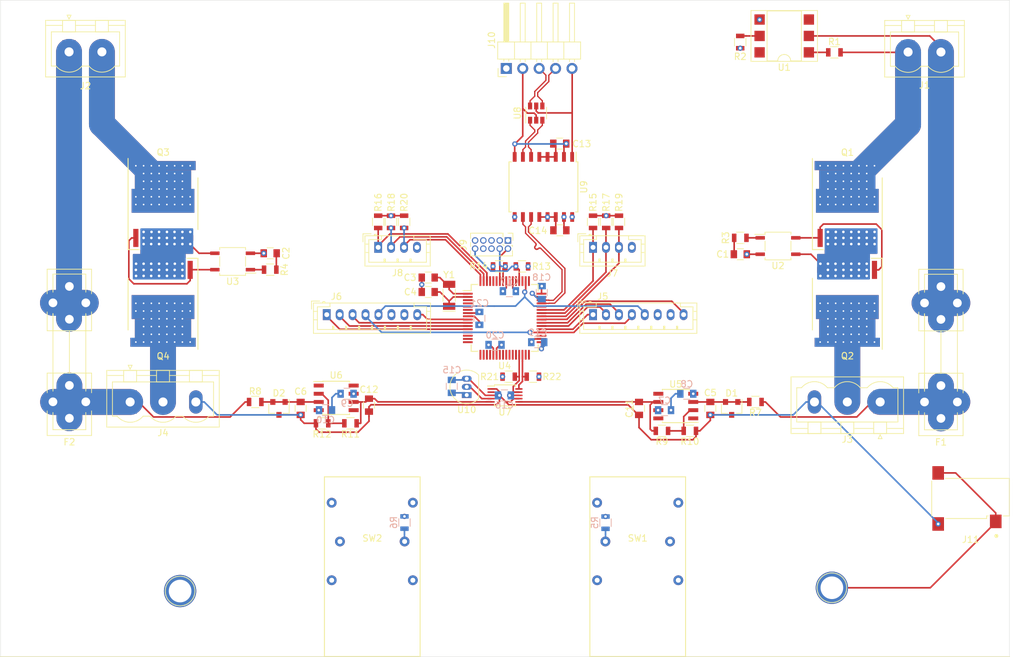
<source format=kicad_pcb>
(kicad_pcb (version 20171130) (host pcbnew "(5.1.7)-1")
  (layers (0 F.Cu mixed) (1 In1.Cu power) (2 In2.Cu power) (31 B.Cu mixed) (34 B.Paste user) (35 F.Paste user) (36 B.SilkS user) (37 F.SilkS user) (38 B.Mask user) (39 F.Mask user) (44 Edge.Cuts user))
  (net 0 "")
  (net 1 RED1)
  (net 2 AC_IRON1_A)
  (net 3 RED2)
  (net 4 AC_IRON2_A)
  (net 5 AC_IRON2_B)
  (net 6 "Net-(Q1-Pad2)")
  (net 7 "Net-(Q1-Pad1)")
  (net 8 BLUE2)
  (net 9 "Net-(Q3-Pad2)")
  (net 10 "Net-(Q3-Pad1)")
  (net 11 "Net-(R1-Pad1)")
  (net 12 ZERO_CROSS)
  (net 13 AC_IRON1_B)
  (net 14 "Net-(U1-Pad3)")
  (net 15 "Net-(U1-Pad6)")
  (net 16 "Net-(R3-Pad1)")
  (net 17 GND)
  (net 18 "Net-(R4-Pad1)")
  (net 19 BLUE1)
  (net 20 HEATER1)
  (net 21 HEATER2)
  (net 22 3.3V)
  (net 23 SW1)
  (net 24 SW2)
  (net 25 "Net-(U4-Pad3)")
  (net 26 "Net-(U4-Pad4)")
  (net 27 "Net-(U4-Pad5)")
  (net 28 "Net-(U4-Pad6)")
  (net 29 "Net-(U4-Pad13)")
  (net 30 "Net-(U4-Pad14)")
  (net 31 "Net-(U4-Pad15)")
  (net 32 "Net-(U4-Pad16)")
  (net 33 "Net-(U4-Pad17)")
  (net 34 "Net-(U4-Pad18)")
  (net 35 "Net-(U4-Pad19)")
  (net 36 "Net-(U4-Pad20)")
  (net 37 "Net-(U4-Pad23)")
  (net 38 "Net-(U4-Pad24)")
  (net 39 "Net-(U4-Pad25)")
  (net 40 "Net-(U4-Pad26)")
  (net 41 "Net-(U4-Pad27)")
  (net 42 "Net-(U4-Pad28)")
  (net 43 "Net-(U4-Pad31)")
  (net 44 "Net-(U4-Pad32)")
  (net 45 "Net-(U4-Pad35)")
  (net 46 "Net-(U4-Pad44)")
  (net 47 "Net-(U4-Pad51)")
  (net 48 "Net-(U4-Pad59)")
  (net 49 "Net-(U4-Pad60)")
  (net 50 "Net-(U4-Pad61)")
  (net 51 "Net-(C3-Pad2)")
  (net 52 "Net-(C4-Pad2)")
  (net 53 LCD1_RST)
  (net 54 LCD1_RS)
  (net 55 LCD1_CS)
  (net 56 SPI_SCK)
  (net 57 SPI_MOSI)
  (net 58 LCD1_BL)
  (net 59 LCD2_RST)
  (net 60 LCD2_RS)
  (net 61 LCD2_CS)
  (net 62 LCD2_BL)
  (net 63 I2C_SDA)
  (net 64 I2C_SCL)
  (net 65 SPI_MISO)
  (net 66 "Net-(SW1-Pad4)")
  (net 67 "Net-(SW2-Pad1)")
  (net 68 SWCLK)
  (net 69 SWDIO)
  (net 70 ENC1_A)
  (net 71 ENC1_B)
  (net 72 ENC1_BTN)
  (net 73 ENC2_A)
  (net 74 ENC2_B)
  (net 75 ENC2_BTN)
  (net 76 RESET)
  (net 77 VCORE)
  (net 78 VSW)
  (net 79 "Net-(C5-Pad2)")
  (net 80 "Net-(C6-Pad2)")
  (net 81 +5V)
  (net 82 -5V)
  (net 83 TEMP1)
  (net 84 TEMP2)
  (net 85 "Net-(R10-Pad2)")
  (net 86 "Net-(R11-Pad1)")
  (net 87 "Net-(U7-Pad2)")
  (net 88 "Net-(J9-Pad6)")
  (net 89 "Net-(J9-Pad7)")
  (net 90 "Net-(J9-Pad8)")
  (net 91 EXT_GND)
  (net 92 EXT_VDD)
  (net 93 PLUG_D-)
  (net 94 VBUS)
  (net 95 PLUG_D+)
  (net 96 EXT_D-)
  (net 97 EXT_D+)
  (net 98 D+)
  (net 99 D-)
  (net 100 PLUG_SHIELD)
  (net 101 PE)
  (net 102 TEMP_COMP)
  (module Custom:CUI_SJ2-35852B-SMT-TR (layer F.Cu) (at 165.227 92.1512 180)
    (fp_text reference J11 (at -0.0254 -6.5532) (layer F.SilkS))
    (fp_text value SJ2-35852B-SMT-TR)
    (pad None np_thru_hole circle (at 4.5 0 180) (size 1.3 1.3) (drill 1.3) (layers *.Cu *.Mask))
    (pad 2 smd rect (at 5 -4.15 180) (size 1.8 2.1) (layers F.Cu F.Paste F.Mask) (net 17 GND))
    (pad 10 smd rect (at 5 3.75 180) (size 1.8 2.1) (layers F.Cu F.Paste F.Mask) (net 101 PE))
    (pad 1 smd rect (at -3.9 -3.75 180) (size 1.8 2.1) (layers F.Cu F.Paste F.Mask) (net 101 PE))
  )
  (module Capacitors_SMD:C_0805 (layer B.Cu) (at 89.281 64.4812 270)
    (fp_text reference C21 (at -2.3528 -0.0254 180) (layer B.SilkS) (effects (justify mirror)))
    (fp_text value 100n)
    (pad 1 smd rect (at -1 0 270) (size 1 1.25) (layers B.Cu B.Paste B.Mask) (net 17 GND))
    (pad 2 smd rect (at 1 0 270) (size 1 1.25) (layers B.Cu B.Paste B.Mask) (net 22 3.3V))
  )
  (module Capacitors_SMD:C_0805 (layer B.Cu) (at 91.7034 68.58 180)
    (fp_text reference C20 (at 0 1.5) (layer B.SilkS) (effects (justify mirror)))
    (fp_text value 100n)
    (pad 1 smd rect (at -1 0 180) (size 1 1.25) (layers B.Cu B.Paste B.Mask) (net 17 GND))
    (pad 2 smd rect (at 1 0 180) (size 1 1.25) (layers B.Cu B.Paste B.Mask) (net 22 3.3V))
  )
  (module Capacitors_SMD:C_0805 (layer B.Cu) (at 98.3074 68.1736 180)
    (fp_text reference C19 (at 0 1.5) (layer B.SilkS) (effects (justify mirror)))
    (fp_text value 100n)
    (pad 1 smd rect (at -1 0 180) (size 1 1.25) (layers B.Cu B.Paste B.Mask) (net 17 GND))
    (pad 2 smd rect (at 1 0 180) (size 1 1.25) (layers B.Cu B.Paste B.Mask) (net 22 3.3V))
  )
  (module Capacitors_SMD:C_0805 (layer B.Cu) (at 98.933 60.4868 90)
    (fp_text reference C18 (at 2.3462 -0.0254 180) (layer B.SilkS) (effects (justify mirror)))
    (fp_text value 100n)
    (pad 1 smd rect (at -1 0 90) (size 1 1.25) (layers B.Cu B.Paste B.Mask) (net 17 GND))
    (pad 2 smd rect (at 1 0 90) (size 1 1.25) (layers B.Cu B.Paste B.Mask) (net 22 3.3V))
  )
  (module Capacitors_SMD:C_0805 (layer B.Cu) (at 93.9198 60.2742 180)
    (fp_text reference C17 (at 0 1.5) (layer B.SilkS) (effects (justify mirror)))
    (fp_text value 100n)
    (pad 1 smd rect (at -1 0 180) (size 1 1.25) (layers B.Cu B.Paste B.Mask) (net 17 GND))
    (pad 2 smd rect (at 1 0 180) (size 1 1.25) (layers B.Cu B.Paste B.Mask) (net 22 3.3V))
  )
  (module Capacitors_SMD:C_0805 (layer B.Cu) (at 93.1578 76.4032)
    (fp_text reference C16 (at 0 1.5) (layer B.SilkS) (effects (justify mirror)))
    (fp_text value 100n)
    (pad 1 smd rect (at -1 0) (size 1 1.25) (layers B.Cu B.Paste B.Mask) (net 17 GND))
    (pad 2 smd rect (at 1 0) (size 1 1.25) (layers B.Cu B.Paste B.Mask) (net 22 3.3V))
  )
  (module Capacitors_SMD:C_0805 (layer B.Cu) (at 85.0138 75.0062 90)
    (fp_text reference C15 (at 2.54 0.0254 180) (layer B.SilkS) (effects (justify mirror)))
    (fp_text value 10n)
    (pad 1 smd rect (at -1 0 90) (size 1 1.25) (layers B.Cu B.Paste B.Mask) (net 22 3.3V))
    (pad 2 smd rect (at 1 0 90) (size 1 1.25) (layers B.Cu B.Paste B.Mask) (net 17 GND))
  )
  (module TO_SOT_Packages_THT:TO-92_Inline_Narrow_Oval (layer F.Cu) (at 87.3252 76.3524 90)
    (fp_text reference U10 (at -2.2606 0 180) (layer F.SilkS))
    (fp_text value LM35-LP)
    (pad 2 thru_hole oval (at 1.27 0 270) (size 0.9 1.5) (drill 0.6) (layers *.Cu *.Mask) (net 102 TEMP_COMP))
    (pad 3 thru_hole oval (at 2.54 0 270) (size 0.9 1.5) (drill 0.6) (layers *.Cu *.Mask) (net 17 GND))
    (pad 1 thru_hole rect (at 0 0 270) (size 0.9 1.5) (drill 0.6) (layers *.Cu *.Mask) (net 22 3.3V))
  )
  (module Connectors_Phoenix:PhoenixContact_MSTBVA-G_02x5.08mm_Vertical (layer F.Cu) (at 25.8318 23.241)
    (fp_text reference J2 (at 2.54 5.2578) (layer F.SilkS))
    (fp_text value IRON_IN)
    (pad 1 thru_hole rect (at 0 0) (size 2.08 3.6) (drill 1.4) (layers *.Cu *.Mask) (net 4 AC_IRON2_A))
    (pad 2 thru_hole oval (at 5.08 0) (size 2.08 3.6) (drill 1.4) (layers *.Cu *.Mask) (net 5 AC_IRON2_B))
  )
  (module Fuse_Holders_and_Fuses:Fuseholder5x20_horiz_open_universal_Type-III (layer F.Cu) (at 25.8826 59.5376 270)
    (fp_text reference F2 (at 24.0792 0 180) (layer F.SilkS))
    (fp_text value Fuse)
    (pad 2 thru_hole circle (at 15.32 0 270) (size 2.35 2.35) (drill 1.35) (layers *.Cu *.Mask) (net 3 RED2))
    (pad 2 thru_hole circle (at 20.4 0 270) (size 2.35 2.35) (drill 1.35) (layers *.Cu *.Mask) (net 3 RED2))
    (pad 1 thru_hole circle (at 5.08 0 270) (size 2.35 2.35) (drill 1.35) (layers *.Cu *.Mask) (net 4 AC_IRON2_A))
    (pad 1 thru_hole circle (at 0 0 270) (size 2.35 2.35) (drill 1.35) (layers *.Cu *.Mask) (net 4 AC_IRON2_A))
    (pad 2 thru_hole circle (at 17.86 -2.54 270) (size 2.35 2.35) (drill 1.35) (layers *.Cu *.Mask) (net 3 RED2))
    (pad 2 thru_hole circle (at 17.86 2.54 270) (size 2.35 2.35) (drill 1.35) (layers *.Cu *.Mask) (net 3 RED2))
    (pad 1 thru_hole circle (at 2.54 -2.54 270) (size 2.35 2.35) (drill 1.35) (layers *.Cu *.Mask) (net 4 AC_IRON2_A))
    (pad 1 thru_hole circle (at 2.54 2.54 270) (size 2.35 2.35) (drill 1.35) (layers *.Cu *.Mask) (net 4 AC_IRON2_A))
  )
  (module Fuse_Holders_and_Fuses:Fuseholder5x20_horiz_open_universal_Type-III (layer F.Cu) (at 160.655 59.563 270)
    (fp_text reference F1 (at 24.0792 0 180) (layer F.SilkS))
    (fp_text value Fuse)
    (pad 2 thru_hole circle (at 15.32 0 270) (size 2.35 2.35) (drill 1.35) (layers *.Cu *.Mask) (net 1 RED1))
    (pad 2 thru_hole circle (at 20.4 0 270) (size 2.35 2.35) (drill 1.35) (layers *.Cu *.Mask) (net 1 RED1))
    (pad 1 thru_hole circle (at 5.08 0 270) (size 2.35 2.35) (drill 1.35) (layers *.Cu *.Mask) (net 2 AC_IRON1_A))
    (pad 1 thru_hole circle (at 0 0 270) (size 2.35 2.35) (drill 1.35) (layers *.Cu *.Mask) (net 2 AC_IRON1_A))
    (pad 2 thru_hole circle (at 17.86 -2.54 270) (size 2.35 2.35) (drill 1.35) (layers *.Cu *.Mask) (net 1 RED1))
    (pad 2 thru_hole circle (at 17.86 2.54 270) (size 2.35 2.35) (drill 1.35) (layers *.Cu *.Mask) (net 1 RED1))
    (pad 1 thru_hole circle (at 2.54 -2.54 270) (size 2.35 2.35) (drill 1.35) (layers *.Cu *.Mask) (net 2 AC_IRON1_A))
    (pad 1 thru_hole circle (at 2.54 2.54 270) (size 2.35 2.35) (drill 1.35) (layers *.Cu *.Mask) (net 2 AC_IRON1_A))
  )
  (module Connectors:1pin (layer F.Cu) (at 43.0022 106.68)
    (fp_text reference H2 hide)
    (fp_text value MountingHole)
    (pad 1 thru_hole circle (at 0 0) (size 5 5) (drill 3.5) (layers *.Cu *.Mask))
  )
  (module Connectors:1pin (layer F.Cu) (at 143.7894 106.172)
    (fp_text reference H1 hide)
    (fp_text value MountingHole_Pad)
    (pad 1 thru_hole circle (at 0 0) (size 5 5) (drill 3.5) (layers *.Cu *.Mask) (net 101 PE))
  )
  (module Resistors_SMD:R_0805 (layer F.Cu) (at 97.5462 73.5076)
    (fp_text reference R22 (at 2.962 0) (layer F.SilkS))
    (fp_text value 4.7k)
    (pad 1 smd rect (at -0.95 0) (size 0.7 1.3) (layers F.Cu F.Paste F.Mask) (net 64 I2C_SCL))
    (pad 2 smd rect (at 0.95 0) (size 0.7 1.3) (layers F.Cu F.Paste F.Mask) (net 22 3.3V))
  )
  (module Resistors_SMD:R_0805 (layer F.Cu) (at 93.8174 73.5076 180)
    (fp_text reference R21 (at 2.9616 0) (layer F.SilkS))
    (fp_text value 4.7k)
    (pad 1 smd rect (at -0.95 0 180) (size 0.7 1.3) (layers F.Cu F.Paste F.Mask) (net 63 I2C_SDA))
    (pad 2 smd rect (at 0.95 0 180) (size 0.7 1.3) (layers F.Cu F.Paste F.Mask) (net 22 3.3V))
  )
  (module Pin_Headers:Pin_Header_Angled_1x05_Pitch2.54mm (layer F.Cu) (at 93.4466 25.8064 90)
    (fp_text reference J10 (at 4.385 -2.27 90) (layer F.SilkS))
    (fp_text value USB)
    (pad 1 thru_hole rect (at 0 0 90) (size 1.7 1.7) (drill 1) (layers *.Cu *.Mask) (net 100 PLUG_SHIELD))
    (pad 2 thru_hole oval (at 0 2.54 90) (size 1.7 1.7) (drill 1) (layers *.Cu *.Mask) (net 91 EXT_GND))
    (pad 3 thru_hole oval (at 0 5.08 90) (size 1.7 1.7) (drill 1) (layers *.Cu *.Mask) (net 95 PLUG_D+))
    (pad 4 thru_hole oval (at 0 7.62 90) (size 1.7 1.7) (drill 1) (layers *.Cu *.Mask) (net 93 PLUG_D-))
    (pad 5 thru_hole oval (at 0 10.16 90) (size 1.7 1.7) (drill 1) (layers *.Cu *.Mask) (net 94 VBUS))
  )
  (module Housings_SOIC:SOIC-16W_7.5x10.3mm_Pitch1.27mm (layer F.Cu) (at 99.187 44.1452 270)
    (fp_text reference U9 (at 0 -6.25 90) (layer F.SilkS))
    (fp_text value ADUM4160)
    (pad 1 smd rect (at -4.65 -4.445 270) (size 1.5 0.6) (layers F.Cu F.Paste F.Mask) (net 94 VBUS))
    (pad 2 smd rect (at -4.65 -3.175 270) (size 1.5 0.6) (layers F.Cu F.Paste F.Mask) (net 91 EXT_GND))
    (pad 3 smd rect (at -4.65 -1.905 270) (size 1.5 0.6) (layers F.Cu F.Paste F.Mask) (net 92 EXT_VDD))
    (pad 4 smd rect (at -4.65 -0.635 270) (size 1.5 0.6) (layers F.Cu F.Paste F.Mask) (net 92 EXT_VDD))
    (pad 5 smd rect (at -4.65 0.635 270) (size 1.5 0.6) (layers F.Cu F.Paste F.Mask) (net 92 EXT_VDD))
    (pad 6 smd rect (at -4.65 1.905 270) (size 1.5 0.6) (layers F.Cu F.Paste F.Mask) (net 96 EXT_D-))
    (pad 7 smd rect (at -4.65 3.175 270) (size 1.5 0.6) (layers F.Cu F.Paste F.Mask) (net 97 EXT_D+))
    (pad 8 smd rect (at -4.65 4.445 270) (size 1.5 0.6) (layers F.Cu F.Paste F.Mask) (net 91 EXT_GND))
    (pad 9 smd rect (at 4.65 4.445 270) (size 1.5 0.6) (layers F.Cu F.Paste F.Mask) (net 17 GND))
    (pad 10 smd rect (at 4.65 3.175 270) (size 1.5 0.6) (layers F.Cu F.Paste F.Mask) (net 98 D+))
    (pad 11 smd rect (at 4.65 1.905 270) (size 1.5 0.6) (layers F.Cu F.Paste F.Mask) (net 99 D-))
    (pad 12 smd rect (at 4.65 0.635 270) (size 1.5 0.6) (layers F.Cu F.Paste F.Mask) (net 22 3.3V))
    (pad 13 smd rect (at 4.65 -0.635 270) (size 1.5 0.6) (layers F.Cu F.Paste F.Mask) (net 22 3.3V))
    (pad 14 smd rect (at 4.65 -1.905 270) (size 1.5 0.6) (layers F.Cu F.Paste F.Mask) (net 22 3.3V))
    (pad 15 smd rect (at 4.65 -3.175 270) (size 1.5 0.6) (layers F.Cu F.Paste F.Mask) (net 17 GND))
    (pad 16 smd rect (at 4.65 -4.445 270) (size 1.5 0.6) (layers F.Cu F.Paste F.Mask) (net 22 3.3V))
  )
  (module TO_SOT_Packages_SMD:SOT-23-6 (layer F.Cu) (at 98.0694 32.7152 90)
    (fp_text reference U8 (at 0 -2.9 90) (layer F.SilkS))
    (fp_text value USBLC6-2SC6)
    (pad 1 smd rect (at -1.1 -0.95 90) (size 1.06 0.65) (layers F.Cu F.Paste F.Mask) (net 97 EXT_D+))
    (pad 2 smd rect (at -1.1 0 90) (size 1.06 0.65) (layers F.Cu F.Paste F.Mask) (net 91 EXT_GND))
    (pad 3 smd rect (at -1.1 0.95 90) (size 1.06 0.65) (layers F.Cu F.Paste F.Mask) (net 96 EXT_D-))
    (pad 4 smd rect (at 1.1 0.95 90) (size 1.06 0.65) (layers F.Cu F.Paste F.Mask) (net 93 PLUG_D-))
    (pad 6 smd rect (at 1.1 -0.95 90) (size 1.06 0.65) (layers F.Cu F.Paste F.Mask) (net 95 PLUG_D+))
    (pad 5 smd rect (at 1.1 0 90) (size 1.06 0.65) (layers F.Cu F.Paste F.Mask) (net 94 VBUS))
  )
  (module Capacitors_SMD:C_0805 (layer F.Cu) (at 101.727 50.8508 180)
    (fp_text reference C14 (at 3.4036 -0.0508) (layer F.SilkS))
    (fp_text value 100n)
    (pad 1 smd rect (at -1 0 180) (size 1 1.25) (layers F.Cu F.Paste F.Mask) (net 17 GND))
    (pad 2 smd rect (at 1 0 180) (size 1 1.25) (layers F.Cu F.Paste F.Mask) (net 22 3.3V))
  )
  (module Capacitors_SMD:C_0805 (layer F.Cu) (at 101.711 37.4396 180)
    (fp_text reference C13 (at -3.4036 -0.0348) (layer F.SilkS))
    (fp_text value 100n)
    (pad 1 smd rect (at -1 0 180) (size 1 1.25) (layers F.Cu F.Paste F.Mask) (net 91 EXT_GND))
    (pad 2 smd rect (at 1 0 180) (size 1 1.25) (layers F.Cu F.Paste F.Mask) (net 92 EXT_VDD))
  )
  (module Resistors_SMD:R_0805 (layer F.Cu) (at 92.3442 56.4388 180)
    (fp_text reference R14 (at 3.1648 0.0508) (layer F.SilkS))
    (fp_text value 10k)
    (pad 1 smd rect (at -0.95 0 180) (size 0.7 1.3) (layers F.Cu F.Paste F.Mask) (net 68 SWCLK))
    (pad 2 smd rect (at 0.95 0 180) (size 0.7 1.3) (layers F.Cu F.Paste F.Mask) (net 22 3.3V))
  )
  (module Resistors_SMD:R_0805 (layer F.Cu) (at 95.8698 56.4388)
    (fp_text reference R13 (at 3.0124 0) (layer F.SilkS))
    (fp_text value 10k)
    (pad 1 smd rect (at -0.95 0) (size 0.7 1.3) (layers F.Cu F.Paste F.Mask) (net 76 RESET))
    (pad 2 smd rect (at 0.95 0) (size 0.7 1.3) (layers F.Cu F.Paste F.Mask) (net 22 3.3V))
  )
  (module Pin_Headers:Pin_Header_Straight_2x05_Pitch1.27mm (layer F.Cu) (at 93.7006 52.4256 270)
    (fp_text reference J9 (at 0.6604 6.9088 90) (layer F.SilkS))
    (fp_text value Conn_ARM_JTAG_SWD_10)
    (pad 1 thru_hole rect (at 0 0 270) (size 1 1) (drill 0.65) (layers *.Cu *.Mask) (net 22 3.3V))
    (pad 2 thru_hole oval (at 1.27 0 270) (size 1 1) (drill 0.65) (layers *.Cu *.Mask) (net 69 SWDIO))
    (pad 3 thru_hole oval (at 0 1.27 270) (size 1 1) (drill 0.65) (layers *.Cu *.Mask) (net 17 GND))
    (pad 4 thru_hole oval (at 1.27 1.27 270) (size 1 1) (drill 0.65) (layers *.Cu *.Mask) (net 68 SWCLK))
    (pad 5 thru_hole oval (at 0 2.54 270) (size 1 1) (drill 0.65) (layers *.Cu *.Mask) (net 17 GND))
    (pad 6 thru_hole oval (at 1.27 2.54 270) (size 1 1) (drill 0.65) (layers *.Cu *.Mask) (net 88 "Net-(J9-Pad6)"))
    (pad 7 thru_hole oval (at 0 3.81 270) (size 1 1) (drill 0.65) (layers *.Cu *.Mask) (net 89 "Net-(J9-Pad7)"))
    (pad 8 thru_hole oval (at 1.27 3.81 270) (size 1 1) (drill 0.65) (layers *.Cu *.Mask) (net 90 "Net-(J9-Pad8)"))
    (pad 9 thru_hole oval (at 0 5.08 270) (size 1 1) (drill 0.65) (layers *.Cu *.Mask) (net 17 GND))
    (pad 10 thru_hole oval (at 1.27 5.08 270) (size 1 1) (drill 0.65) (layers *.Cu *.Mask) (net 76 RESET))
  )
  (module Housings_SSOP:TSSOP-10_3x3mm_Pitch0.5mm (layer F.Cu) (at 93.2434 76.4032)
    (fp_text reference U7 (at 0 2.5908) (layer F.SilkS))
    (fp_text value ADS1115IDGS)
    (pad 1 smd rect (at -2.15 -1) (size 1.1 0.25) (layers F.Cu F.Paste F.Mask) (net 17 GND))
    (pad 2 smd rect (at -2.15 -0.5) (size 1.1 0.25) (layers F.Cu F.Paste F.Mask) (net 87 "Net-(U7-Pad2)"))
    (pad 3 smd rect (at -2.15 0) (size 1.1 0.25) (layers F.Cu F.Paste F.Mask) (net 17 GND))
    (pad 4 smd rect (at -2.15 0.5) (size 1.1 0.25) (layers F.Cu F.Paste F.Mask) (net 102 TEMP_COMP))
    (pad 5 smd rect (at -2.15 1) (size 1.1 0.25) (layers F.Cu F.Paste F.Mask) (net 84 TEMP2))
    (pad 6 smd rect (at 2.15 1) (size 1.1 0.25) (layers F.Cu F.Paste F.Mask) (net 83 TEMP1))
    (pad 7 smd rect (at 2.15 0.5) (size 1.1 0.25) (layers F.Cu F.Paste F.Mask) (net 17 GND))
    (pad 8 smd rect (at 2.15 0) (size 1.1 0.25) (layers F.Cu F.Paste F.Mask) (net 22 3.3V))
    (pad 9 smd rect (at 2.15 -0.5) (size 1.1 0.25) (layers F.Cu F.Paste F.Mask) (net 63 I2C_SDA))
    (pad 10 smd rect (at 2.15 -1) (size 1.1 0.25) (layers F.Cu F.Paste F.Mask) (net 64 I2C_SCL))
  )
  (module Housings_SOIC:SOIC-8_3.9x4.9mm_Pitch1.27mm (layer F.Cu) (at 67.1398 76.7842)
    (fp_text reference U6 (at 0 -3.5) (layer F.SilkS))
    (fp_text value OPA192)
    (pad 1 smd rect (at -2.7 -1.905) (size 1.55 0.6) (layers F.Cu F.Paste F.Mask))
    (pad 2 smd rect (at -2.7 -0.635) (size 1.55 0.6) (layers F.Cu F.Paste F.Mask) (net 86 "Net-(R11-Pad1)"))
    (pad 3 smd rect (at -2.7 0.635) (size 1.55 0.6) (layers F.Cu F.Paste F.Mask) (net 80 "Net-(C6-Pad2)"))
    (pad 4 smd rect (at -2.7 1.905) (size 1.55 0.6) (layers F.Cu F.Paste F.Mask) (net 82 -5V))
    (pad 5 smd rect (at 2.7 1.905) (size 1.55 0.6) (layers F.Cu F.Paste F.Mask))
    (pad 6 smd rect (at 2.7 0.635) (size 1.55 0.6) (layers F.Cu F.Paste F.Mask) (net 84 TEMP2))
    (pad 7 smd rect (at 2.7 -0.635) (size 1.55 0.6) (layers F.Cu F.Paste F.Mask) (net 81 +5V))
    (pad 8 smd rect (at 2.7 -1.905) (size 1.55 0.6) (layers F.Cu F.Paste F.Mask))
  )
  (module Housings_SOIC:SOIC-8_3.9x4.9mm_Pitch1.27mm (layer F.Cu) (at 119.6518 78.0542 180)
    (fp_text reference U5 (at 0 3.3782) (layer F.SilkS))
    (fp_text value OPA192)
    (pad 1 smd rect (at -2.7 -1.905 180) (size 1.55 0.6) (layers F.Cu F.Paste F.Mask))
    (pad 2 smd rect (at -2.7 -0.635 180) (size 1.55 0.6) (layers F.Cu F.Paste F.Mask) (net 85 "Net-(R10-Pad2)"))
    (pad 3 smd rect (at -2.7 0.635 180) (size 1.55 0.6) (layers F.Cu F.Paste F.Mask) (net 79 "Net-(C5-Pad2)"))
    (pad 4 smd rect (at -2.7 1.905 180) (size 1.55 0.6) (layers F.Cu F.Paste F.Mask) (net 82 -5V))
    (pad 5 smd rect (at 2.7 1.905 180) (size 1.55 0.6) (layers F.Cu F.Paste F.Mask))
    (pad 6 smd rect (at 2.7 0.635 180) (size 1.55 0.6) (layers F.Cu F.Paste F.Mask) (net 83 TEMP1))
    (pad 7 smd rect (at 2.7 -0.635 180) (size 1.55 0.6) (layers F.Cu F.Paste F.Mask) (net 81 +5V))
    (pad 8 smd rect (at 2.7 -1.905 180) (size 1.55 0.6) (layers F.Cu F.Paste F.Mask))
  )
  (module Resistors_SMD:R_0805 (layer F.Cu) (at 64.963 80.7212)
    (fp_text reference R12 (at -0.0152 1.6764) (layer F.SilkS))
    (fp_text value 250)
    (pad 1 smd rect (at -0.95 0) (size 0.7 1.3) (layers F.Cu F.Paste F.Mask) (net 17 GND))
    (pad 2 smd rect (at 0.95 0) (size 0.7 1.3) (layers F.Cu F.Paste F.Mask) (net 86 "Net-(R11-Pad1)"))
  )
  (module Resistors_SMD:R_0805 (layer F.Cu) (at 69.3522 80.7212)
    (fp_text reference R11 (at 0 1.6764) (layer F.SilkS))
    (fp_text value 100k)
    (pad 1 smd rect (at -0.95 0) (size 0.7 1.3) (layers F.Cu F.Paste F.Mask) (net 86 "Net-(R11-Pad1)"))
    (pad 2 smd rect (at 0.95 0) (size 0.7 1.3) (layers F.Cu F.Paste F.Mask) (net 84 TEMP2))
  )
  (module Resistors_SMD:R_0805 (layer F.Cu) (at 121.8286 81.8896 180)
    (fp_text reference R10 (at 0 -1.65) (layer F.SilkS))
    (fp_text value 250)
    (pad 1 smd rect (at -0.95 0 180) (size 0.7 1.3) (layers F.Cu F.Paste F.Mask) (net 17 GND))
    (pad 2 smd rect (at 0.95 0 180) (size 0.7 1.3) (layers F.Cu F.Paste F.Mask) (net 85 "Net-(R10-Pad2)"))
  )
  (module Resistors_SMD:R_0805 (layer F.Cu) (at 117.5106 81.8896 180)
    (fp_text reference R9 (at 0 -1.65) (layer F.SilkS))
    (fp_text value 100k)
    (pad 1 smd rect (at -0.95 0 180) (size 0.7 1.3) (layers F.Cu F.Paste F.Mask) (net 85 "Net-(R10-Pad2)"))
    (pad 2 smd rect (at 0.95 0 180) (size 0.7 1.3) (layers F.Cu F.Paste F.Mask) (net 83 TEMP1))
  )
  (module Resistors_SMD:R_0805 (layer F.Cu) (at 54.6202 77.4192)
    (fp_text reference R8 (at 0 -1.65) (layer F.SilkS))
    (fp_text value 10k)
    (pad 1 smd rect (at -0.95 0) (size 0.7 1.3) (layers F.Cu F.Paste F.Mask) (net 3 RED2))
    (pad 2 smd rect (at 0.95 0) (size 0.7 1.3) (layers F.Cu F.Paste F.Mask) (net 80 "Net-(C6-Pad2)"))
  )
  (module Resistors_SMD:R_0805 (layer F.Cu) (at 131.9682 77.4192 180)
    (fp_text reference R7 (at 0 -1.65) (layer F.SilkS))
    (fp_text value 10k)
    (pad 1 smd rect (at -0.95 0 180) (size 0.7 1.3) (layers F.Cu F.Paste F.Mask) (net 1 RED1))
    (pad 2 smd rect (at 0.95 0 180) (size 0.7 1.3) (layers F.Cu F.Paste F.Mask) (net 79 "Net-(C5-Pad2)"))
  )
  (module TO_SOT_Packages_SMD:SOT-23 (layer F.Cu) (at 58.293 78.4192 270)
    (fp_text reference D2 (at -2.3716 0 180) (layer F.SilkS))
    (fp_text value BAV199)
    (pad 1 smd rect (at -1 -0.95 270) (size 0.9 0.8) (layers F.Cu F.Paste F.Mask) (net 80 "Net-(C6-Pad2)"))
    (pad 2 smd rect (at -1 0.95 270) (size 0.9 0.8) (layers F.Cu F.Paste F.Mask) (net 80 "Net-(C6-Pad2)"))
    (pad 3 smd rect (at 1 0 270) (size 0.9 0.8) (layers F.Cu F.Paste F.Mask) (net 17 GND))
  )
  (module TO_SOT_Packages_SMD:SOT-23 (layer F.Cu) (at 128.2954 78.4192 270)
    (fp_text reference D1 (at -2.3716 0 180) (layer F.SilkS))
    (fp_text value BAV199)
    (pad 1 smd rect (at -1 -0.95 270) (size 0.9 0.8) (layers F.Cu F.Paste F.Mask) (net 79 "Net-(C5-Pad2)"))
    (pad 2 smd rect (at -1 0.95 270) (size 0.9 0.8) (layers F.Cu F.Paste F.Mask) (net 79 "Net-(C5-Pad2)"))
    (pad 3 smd rect (at 1 0 270) (size 0.9 0.8) (layers F.Cu F.Paste F.Mask) (net 17 GND))
  )
  (module Capacitors_SMD:C_0805 (layer F.Cu) (at 72.2122 77.9112 90)
    (fp_text reference C12 (at 2.4224 0 180) (layer F.SilkS))
    (fp_text value 1.2n)
    (pad 1 smd rect (at -1 0 90) (size 1 1.25) (layers F.Cu F.Paste F.Mask) (net 17 GND))
    (pad 2 smd rect (at 1 0 90) (size 1 1.25) (layers F.Cu F.Paste F.Mask) (net 84 TEMP2))
  )
  (module Capacitors_SMD:C_0805 (layer F.Cu) (at 113.9698 78.4192 90)
    (fp_text reference C11 (at 0 -1.5 90) (layer F.SilkS))
    (fp_text value 1.2n)
    (pad 1 smd rect (at -1 0 90) (size 1 1.25) (layers F.Cu F.Paste F.Mask) (net 17 GND))
    (pad 2 smd rect (at 1 0 90) (size 1 1.25) (layers F.Cu F.Paste F.Mask) (net 83 TEMP1))
  )
  (module Capacitors_SMD:C_0805 (layer B.Cu) (at 65.4906 78.6892)
    (fp_text reference C10 (at 0 1.5) (layer B.SilkS) (effects (justify mirror)))
    (fp_text value 100n)
    (pad 1 smd rect (at -1 0) (size 1 1.25) (layers B.Cu B.Paste B.Mask) (net 82 -5V))
    (pad 2 smd rect (at 1 0) (size 1 1.25) (layers B.Cu B.Paste B.Mask) (net 17 GND))
  )
  (module Capacitors_SMD:C_0805 (layer B.Cu) (at 68.8246 76.1492)
    (fp_text reference C9 (at 0 1.5) (layer B.SilkS) (effects (justify mirror)))
    (fp_text value 100n)
    (pad 1 smd rect (at -1 0) (size 1 1.25) (layers B.Cu B.Paste B.Mask) (net 17 GND))
    (pad 2 smd rect (at 1 0) (size 1 1.25) (layers B.Cu B.Paste B.Mask) (net 81 +5V))
  )
  (module Capacitors_SMD:C_0805 (layer B.Cu) (at 121.3518 76.1492 180)
    (fp_text reference C8 (at 0 1.5) (layer B.SilkS) (effects (justify mirror)))
    (fp_text value 100n)
    (pad 1 smd rect (at -1 0 180) (size 1 1.25) (layers B.Cu B.Paste B.Mask) (net 82 -5V))
    (pad 2 smd rect (at 1 0 180) (size 1 1.25) (layers B.Cu B.Paste B.Mask) (net 17 GND))
  )
  (module Capacitors_SMD:C_0805 (layer B.Cu) (at 117.9162 78.6892 180)
    (fp_text reference C7 (at 0 1.5) (layer B.SilkS) (effects (justify mirror)))
    (fp_text value 100n)
    (pad 1 smd rect (at -1 0 180) (size 1 1.25) (layers B.Cu B.Paste B.Mask) (net 17 GND))
    (pad 2 smd rect (at 1 0 180) (size 1 1.25) (layers B.Cu B.Paste B.Mask) (net 81 +5V))
  )
  (module Capacitors_SMD:C_0805 (layer F.Cu) (at 61.6458 78.4192 90)
    (fp_text reference C6 (at 2.6256 0) (layer F.SilkS))
    (fp_text value 1n)
    (pad 1 smd rect (at -1 0 90) (size 1 1.25) (layers F.Cu F.Paste F.Mask) (net 17 GND))
    (pad 2 smd rect (at 1 0 90) (size 1 1.25) (layers F.Cu F.Paste F.Mask) (net 80 "Net-(C6-Pad2)"))
  )
  (module Capacitors_SMD:C_0805 (layer F.Cu) (at 124.9934 78.4192 90)
    (fp_text reference C5 (at 2.4224 0 180) (layer F.SilkS))
    (fp_text value 1n)
    (pad 1 smd rect (at -1 0 90) (size 1 1.25) (layers F.Cu F.Paste F.Mask) (net 17 GND))
    (pad 2 smd rect (at 1 0 90) (size 1 1.25) (layers F.Cu F.Paste F.Mask) (net 79 "Net-(C5-Pad2)"))
  )
  (module Crystals:Crystal_SMD_MicroCrystal_CC5V-T1A-2pin_4.1x1.5mm (layer F.Cu) (at 84.6074 60.9092 90)
    (fp_text reference Y1 (at 3.1732 0 180) (layer F.SilkS))
    (fp_text value 32.768k)
    (pad 1 smd rect (at -1.7 0 90) (size 1.1 1.9) (layers F.Cu F.Paste F.Mask) (net 52 "Net-(C4-Pad2)"))
    (pad 2 smd rect (at 1.7 0 90) (size 1.1 1.9) (layers F.Cu F.Paste F.Mask) (net 51 "Net-(C3-Pad2)"))
  )
  (module Connectors_JST:JST_PH_B8B-PH-K_08x2.00mm_Straight (layer F.Cu) (at 65.6798 63.9064)
    (fp_text reference J6 (at 1.5 -2.8) (layer F.SilkS))
    (fp_text value LCD2)
    (pad 1 thru_hole rect (at 0 0) (size 1.2 1.7) (drill 0.75) (layers *.Cu *.Mask) (net 59 LCD2_RST))
    (pad 2 thru_hole oval (at 2 0) (size 1.2 1.7) (drill 0.75) (layers *.Cu *.Mask) (net 60 LCD2_RS))
    (pad 3 thru_hole oval (at 4 0) (size 1.2 1.7) (drill 0.75) (layers *.Cu *.Mask) (net 61 LCD2_CS))
    (pad 4 thru_hole oval (at 6 0) (size 1.2 1.7) (drill 0.75) (layers *.Cu *.Mask) (net 56 SPI_SCK))
    (pad 5 thru_hole oval (at 8 0) (size 1.2 1.7) (drill 0.75) (layers *.Cu *.Mask) (net 57 SPI_MOSI))
    (pad 6 thru_hole oval (at 10 0) (size 1.2 1.7) (drill 0.75) (layers *.Cu *.Mask) (net 17 GND))
    (pad 7 thru_hole oval (at 12 0) (size 1.2 1.7) (drill 0.75) (layers *.Cu *.Mask) (net 22 3.3V))
    (pad 8 thru_hole oval (at 14 0) (size 1.2 1.7) (drill 0.75) (layers *.Cu *.Mask) (net 62 LCD2_BL))
  )
  (module Connectors_JST:JST_PH_B8B-PH-K_08x2.00mm_Straight (layer F.Cu) (at 106.8578 63.9064)
    (fp_text reference J5 (at 1.5 -2.8) (layer F.SilkS))
    (fp_text value LCD1)
    (pad 1 thru_hole rect (at 0 0) (size 1.2 1.7) (drill 0.75) (layers *.Cu *.Mask) (net 53 LCD1_RST))
    (pad 2 thru_hole oval (at 2 0) (size 1.2 1.7) (drill 0.75) (layers *.Cu *.Mask) (net 54 LCD1_RS))
    (pad 3 thru_hole oval (at 4 0) (size 1.2 1.7) (drill 0.75) (layers *.Cu *.Mask) (net 55 LCD1_CS))
    (pad 4 thru_hole oval (at 6 0) (size 1.2 1.7) (drill 0.75) (layers *.Cu *.Mask) (net 56 SPI_SCK))
    (pad 5 thru_hole oval (at 8 0) (size 1.2 1.7) (drill 0.75) (layers *.Cu *.Mask) (net 57 SPI_MOSI))
    (pad 6 thru_hole oval (at 10 0) (size 1.2 1.7) (drill 0.75) (layers *.Cu *.Mask) (net 17 GND))
    (pad 7 thru_hole oval (at 12 0) (size 1.2 1.7) (drill 0.75) (layers *.Cu *.Mask) (net 22 3.3V))
    (pad 8 thru_hole oval (at 14 0) (size 1.2 1.7) (drill 0.75) (layers *.Cu *.Mask) (net 58 LCD1_BL))
  )
  (module Resistors_SMD:R_0805 (layer B.Cu) (at 77.6986 96.078 270)
    (fp_text reference R6 (at 0 1.65 90) (layer B.SilkS) (effects (justify mirror)))
    (fp_text value 10k)
    (pad 1 smd rect (at -0.95 0 270) (size 0.7 1.3) (layers B.Cu B.Paste B.Mask) (net 17 GND))
    (pad 2 smd rect (at 0.95 0 270) (size 0.7 1.3) (layers B.Cu B.Paste B.Mask) (net 24 SW2))
  )
  (module Resistors_SMD:R_0805 (layer B.Cu) (at 108.7882 96.0984 270)
    (fp_text reference R5 (at 0 1.65 90) (layer B.SilkS) (effects (justify mirror)))
    (fp_text value 10k)
    (pad 1 smd rect (at -0.95 0 270) (size 0.7 1.3) (layers B.Cu B.Paste B.Mask) (net 17 GND))
    (pad 2 smd rect (at 0.95 0 270) (size 0.7 1.3) (layers B.Cu B.Paste B.Mask) (net 23 SW1))
  )
  (module Capacitors_SMD:C_0805 (layer F.Cu) (at 81.3722 60.4012)
    (fp_text reference C4 (at -2.7592 0) (layer F.SilkS))
    (fp_text value 8p)
    (pad 1 smd rect (at -1 0) (size 1 1.25) (layers F.Cu F.Paste F.Mask) (net 17 GND))
    (pad 2 smd rect (at 1 0) (size 1 1.25) (layers F.Cu F.Paste F.Mask) (net 52 "Net-(C4-Pad2)"))
  )
  (module Capacitors_SMD:C_0805 (layer F.Cu) (at 81.3722 58.166)
    (fp_text reference C3 (at -2.81 0) (layer F.SilkS))
    (fp_text value 8p)
    (pad 1 smd rect (at -1 0) (size 1 1.25) (layers F.Cu F.Paste F.Mask) (net 17 GND))
    (pad 2 smd rect (at 1 0) (size 1 1.25) (layers F.Cu F.Paste F.Mask) (net 51 "Net-(C3-Pad2)"))
  )
  (module Housings_SSOP:SOP-4_3.8x4.1mm_Pitch2.54mm (layer F.Cu) (at 135.4582 53.2892)
    (fp_text reference U2 (at 0 3.048) (layer F.SilkS))
    (fp_text value VOM1271T)
    (pad 1 smd rect (at -2.75 -1.27) (size 1.45 0.55) (layers F.Cu F.Paste F.Mask) (net 16 "Net-(R3-Pad1)"))
    (pad 2 smd rect (at -2.75 1.27) (size 1.45 0.55) (layers F.Cu F.Paste F.Mask) (net 17 GND))
    (pad 3 smd rect (at 2.75 1.27) (size 1.45 0.55) (layers F.Cu F.Paste F.Mask) (net 6 "Net-(Q1-Pad2)"))
    (pad 4 smd rect (at 2.75 -1.27) (size 1.45 0.55) (layers F.Cu F.Paste F.Mask) (net 7 "Net-(Q1-Pad1)"))
  )
  (module Housings_QFP:TQFP-64_10x10mm_Pitch0.5mm (layer F.Cu) (at 93.1926 64.4144)
    (fp_text reference U4 (at 0 7.4168) (layer F.SilkS))
    (fp_text value SAMD51J)
    (pad 1 smd rect (at -5.7 -3.75) (size 1.5 0.3) (layers F.Cu F.Paste F.Mask) (net 51 "Net-(C3-Pad2)"))
    (pad 2 smd rect (at -5.7 -3.25) (size 1.5 0.3) (layers F.Cu F.Paste F.Mask) (net 52 "Net-(C4-Pad2)"))
    (pad 3 smd rect (at -5.7 -2.75) (size 1.5 0.3) (layers F.Cu F.Paste F.Mask) (net 25 "Net-(U4-Pad3)"))
    (pad 4 smd rect (at -5.7 -2.25) (size 1.5 0.3) (layers F.Cu F.Paste F.Mask) (net 26 "Net-(U4-Pad4)"))
    (pad 5 smd rect (at -5.7 -1.75) (size 1.5 0.3) (layers F.Cu F.Paste F.Mask) (net 27 "Net-(U4-Pad5)"))
    (pad 6 smd rect (at -5.7 -1.25) (size 1.5 0.3) (layers F.Cu F.Paste F.Mask) (net 28 "Net-(U4-Pad6)"))
    (pad 7 smd rect (at -5.7 -0.75) (size 1.5 0.3) (layers F.Cu F.Paste F.Mask) (net 17 GND))
    (pad 8 smd rect (at -5.7 -0.25) (size 1.5 0.3) (layers F.Cu F.Paste F.Mask) (net 22 3.3V))
    (pad 9 smd rect (at -5.7 0.25) (size 1.5 0.3) (layers F.Cu F.Paste F.Mask) (net 62 LCD2_BL))
    (pad 10 smd rect (at -5.7 0.75) (size 1.5 0.3) (layers F.Cu F.Paste F.Mask) (net 61 LCD2_CS))
    (pad 11 smd rect (at -5.7 1.25) (size 1.5 0.3) (layers F.Cu F.Paste F.Mask) (net 60 LCD2_RS))
    (pad 12 smd rect (at -5.7 1.75) (size 1.5 0.3) (layers F.Cu F.Paste F.Mask) (net 59 LCD2_RST))
    (pad 13 smd rect (at -5.7 2.25) (size 1.5 0.3) (layers F.Cu F.Paste F.Mask) (net 29 "Net-(U4-Pad13)"))
    (pad 14 smd rect (at -5.7 2.75) (size 1.5 0.3) (layers F.Cu F.Paste F.Mask) (net 30 "Net-(U4-Pad14)"))
    (pad 15 smd rect (at -5.7 3.25) (size 1.5 0.3) (layers F.Cu F.Paste F.Mask) (net 31 "Net-(U4-Pad15)"))
    (pad 16 smd rect (at -5.7 3.75) (size 1.5 0.3) (layers F.Cu F.Paste F.Mask) (net 32 "Net-(U4-Pad16)"))
    (pad 17 smd rect (at -3.75 5.7 90) (size 1.5 0.3) (layers F.Cu F.Paste F.Mask) (net 33 "Net-(U4-Pad17)"))
    (pad 18 smd rect (at -3.25 5.7 90) (size 1.5 0.3) (layers F.Cu F.Paste F.Mask) (net 34 "Net-(U4-Pad18)"))
    (pad 19 smd rect (at -2.75 5.7 90) (size 1.5 0.3) (layers F.Cu F.Paste F.Mask) (net 35 "Net-(U4-Pad19)"))
    (pad 20 smd rect (at -2.25 5.7 90) (size 1.5 0.3) (layers F.Cu F.Paste F.Mask) (net 36 "Net-(U4-Pad20)"))
    (pad 21 smd rect (at -1.75 5.7 90) (size 1.5 0.3) (layers F.Cu F.Paste F.Mask) (net 22 3.3V))
    (pad 22 smd rect (at -1.25 5.7 90) (size 1.5 0.3) (layers F.Cu F.Paste F.Mask) (net 17 GND))
    (pad 23 smd rect (at -0.75 5.7 90) (size 1.5 0.3) (layers F.Cu F.Paste F.Mask) (net 37 "Net-(U4-Pad23)"))
    (pad 24 smd rect (at -0.25 5.7 90) (size 1.5 0.3) (layers F.Cu F.Paste F.Mask) (net 38 "Net-(U4-Pad24)"))
    (pad 25 smd rect (at 0.25 5.7 90) (size 1.5 0.3) (layers F.Cu F.Paste F.Mask) (net 39 "Net-(U4-Pad25)"))
    (pad 26 smd rect (at 0.75 5.7 90) (size 1.5 0.3) (layers F.Cu F.Paste F.Mask) (net 40 "Net-(U4-Pad26)"))
    (pad 27 smd rect (at 1.25 5.7 90) (size 1.5 0.3) (layers F.Cu F.Paste F.Mask) (net 41 "Net-(U4-Pad27)"))
    (pad 28 smd rect (at 1.75 5.7 90) (size 1.5 0.3) (layers F.Cu F.Paste F.Mask) (net 42 "Net-(U4-Pad28)"))
    (pad 29 smd rect (at 2.25 5.7 90) (size 1.5 0.3) (layers F.Cu F.Paste F.Mask) (net 63 I2C_SDA))
    (pad 30 smd rect (at 2.75 5.7 90) (size 1.5 0.3) (layers F.Cu F.Paste F.Mask) (net 64 I2C_SCL))
    (pad 31 smd rect (at 3.25 5.7 90) (size 1.5 0.3) (layers F.Cu F.Paste F.Mask) (net 43 "Net-(U4-Pad31)"))
    (pad 32 smd rect (at 3.75 5.7 90) (size 1.5 0.3) (layers F.Cu F.Paste F.Mask) (net 44 "Net-(U4-Pad32)"))
    (pad 33 smd rect (at 5.7 3.75) (size 1.5 0.3) (layers F.Cu F.Paste F.Mask) (net 17 GND))
    (pad 34 smd rect (at 5.7 3.25) (size 1.5 0.3) (layers F.Cu F.Paste F.Mask) (net 22 3.3V))
    (pad 35 smd rect (at 5.7 2.75) (size 1.5 0.3) (layers F.Cu F.Paste F.Mask) (net 45 "Net-(U4-Pad35)"))
    (pad 36 smd rect (at 5.7 2.25) (size 1.5 0.3) (layers F.Cu F.Paste F.Mask) (net 56 SPI_SCK))
    (pad 37 smd rect (at 5.7 1.75) (size 1.5 0.3) (layers F.Cu F.Paste F.Mask) (net 53 LCD1_RST))
    (pad 38 smd rect (at 5.7 1.25) (size 1.5 0.3) (layers F.Cu F.Paste F.Mask) (net 54 LCD1_RS))
    (pad 39 smd rect (at 5.7 0.75) (size 1.5 0.3) (layers F.Cu F.Paste F.Mask) (net 55 LCD1_CS))
    (pad 40 smd rect (at 5.7 0.25) (size 1.5 0.3) (layers F.Cu F.Paste F.Mask) (net 58 LCD1_BL))
    (pad 41 smd rect (at 5.7 -0.25) (size 1.5 0.3) (layers F.Cu F.Paste F.Mask) (net 72 ENC1_BTN))
    (pad 42 smd rect (at 5.7 -0.75) (size 1.5 0.3) (layers F.Cu F.Paste F.Mask) (net 71 ENC1_B))
    (pad 43 smd rect (at 5.7 -1.25) (size 1.5 0.3) (layers F.Cu F.Paste F.Mask) (net 70 ENC1_A))
    (pad 44 smd rect (at 5.7 -1.75) (size 1.5 0.3) (layers F.Cu F.Paste F.Mask) (net 46 "Net-(U4-Pad44)"))
    (pad 45 smd rect (at 5.7 -2.25) (size 1.5 0.3) (layers F.Cu F.Paste F.Mask) (net 99 D-))
    (pad 46 smd rect (at 5.7 -2.75) (size 1.5 0.3) (layers F.Cu F.Paste F.Mask) (net 98 D+))
    (pad 47 smd rect (at 5.7 -3.25) (size 1.5 0.3) (layers F.Cu F.Paste F.Mask) (net 17 GND))
    (pad 48 smd rect (at 5.7 -3.75) (size 1.5 0.3) (layers F.Cu F.Paste F.Mask) (net 22 3.3V))
    (pad 49 smd rect (at 3.75 -5.7 90) (size 1.5 0.3) (layers F.Cu F.Paste F.Mask) (net 65 SPI_MISO))
    (pad 50 smd rect (at 3.25 -5.7 90) (size 1.5 0.3) (layers F.Cu F.Paste F.Mask) (net 57 SPI_MOSI))
    (pad 51 smd rect (at 2.75 -5.7 90) (size 1.5 0.3) (layers F.Cu F.Paste F.Mask) (net 47 "Net-(U4-Pad51)"))
    (pad 52 smd rect (at 2.25 -5.7 90) (size 1.5 0.3) (layers F.Cu F.Paste F.Mask) (net 76 RESET))
    (pad 53 smd rect (at 1.75 -5.7 90) (size 1.5 0.3) (layers F.Cu F.Paste F.Mask) (net 77 VCORE))
    (pad 54 smd rect (at 1.25 -5.7 90) (size 1.5 0.3) (layers F.Cu F.Paste F.Mask) (net 17 GND))
    (pad 55 smd rect (at 0.75 -5.7 90) (size 1.5 0.3) (layers F.Cu F.Paste F.Mask) (net 78 VSW))
    (pad 56 smd rect (at 0.25 -5.7 90) (size 1.5 0.3) (layers F.Cu F.Paste F.Mask) (net 22 3.3V))
    (pad 57 smd rect (at -0.25 -5.7 90) (size 1.5 0.3) (layers F.Cu F.Paste F.Mask) (net 68 SWCLK))
    (pad 58 smd rect (at -0.75 -5.7 90) (size 1.5 0.3) (layers F.Cu F.Paste F.Mask) (net 69 SWDIO))
    (pad 59 smd rect (at -1.25 -5.7 90) (size 1.5 0.3) (layers F.Cu F.Paste F.Mask) (net 48 "Net-(U4-Pad59)"))
    (pad 60 smd rect (at -1.75 -5.7 90) (size 1.5 0.3) (layers F.Cu F.Paste F.Mask) (net 49 "Net-(U4-Pad60)"))
    (pad 61 smd rect (at -2.25 -5.7 90) (size 1.5 0.3) (layers F.Cu F.Paste F.Mask) (net 50 "Net-(U4-Pad61)"))
    (pad 62 smd rect (at -2.75 -5.7 90) (size 1.5 0.3) (layers F.Cu F.Paste F.Mask) (net 73 ENC2_A))
    (pad 63 smd rect (at -3.25 -5.7 90) (size 1.5 0.3) (layers F.Cu F.Paste F.Mask) (net 74 ENC2_B))
    (pad 64 smd rect (at -3.75 -5.7 90) (size 1.5 0.3) (layers F.Cu F.Paste F.Mask) (net 75 ENC2_BTN))
  )
  (module Custom:NE182AEESNP6AMP (layer F.Cu) (at 72.7202 99.0092 180)
    (fp_text reference SW2 (at 0 0.5) (layer F.SilkS))
    (fp_text value SW_DPDT_x2)
    (pad 6 thru_hole circle (at 6.275 6 180) (size 1.524 1.524) (drill 0.762) (layers *.Cu *.Mask))
    (pad 5 thru_hole circle (at 5 0 180) (size 1.524 1.524) (drill 0.762) (layers *.Cu *.Mask))
    (pad 4 thru_hole circle (at 6.275 -6 180) (size 1.524 1.524) (drill 0.762) (layers *.Cu *.Mask))
    (pad 3 thru_hole circle (at -6.275 6 180) (size 1.524 1.524) (drill 0.762) (layers *.Cu *.Mask) (net 22 3.3V))
    (pad 2 thru_hole circle (at -5 0 180) (size 1.524 1.524) (drill 0.762) (layers *.Cu *.Mask) (net 24 SW2))
    (pad 1 thru_hole circle (at -6.275 -6 180) (size 1.524 1.524) (drill 0.762) (layers *.Cu *.Mask) (net 67 "Net-(SW2-Pad1)"))
  )
  (module Custom:NE182AEESNP6AMP (layer F.Cu) (at 113.7666 99.0092 180)
    (fp_text reference SW1 (at 0 0.5) (layer F.SilkS))
    (fp_text value SW_DPDT_x2)
    (pad 6 thru_hole circle (at 6.275 6 180) (size 1.524 1.524) (drill 0.762) (layers *.Cu *.Mask) (net 22 3.3V))
    (pad 5 thru_hole circle (at 5 0 180) (size 1.524 1.524) (drill 0.762) (layers *.Cu *.Mask) (net 23 SW1))
    (pad 4 thru_hole circle (at 6.275 -6 180) (size 1.524 1.524) (drill 0.762) (layers *.Cu *.Mask) (net 66 "Net-(SW1-Pad4)"))
    (pad 3 thru_hole circle (at -6.275 6 180) (size 1.524 1.524) (drill 0.762) (layers *.Cu *.Mask))
    (pad 2 thru_hole circle (at -5 0 180) (size 1.524 1.524) (drill 0.762) (layers *.Cu *.Mask))
    (pad 1 thru_hole circle (at -6.275 -6 180) (size 1.524 1.524) (drill 0.762) (layers *.Cu *.Mask))
  )
  (module Resistors_SMD:R_0805 (layer F.Cu) (at 56.9366 56.9468)
    (fp_text reference R4 (at 2.22 0 270) (layer F.SilkS))
    (fp_text value R)
    (pad 1 smd rect (at -0.95 0) (size 0.7 1.3) (layers F.Cu F.Paste F.Mask) (net 18 "Net-(R4-Pad1)"))
    (pad 2 smd rect (at 0.95 0) (size 0.7 1.3) (layers F.Cu F.Paste F.Mask) (net 21 HEATER2))
  )
  (module Resistors_SMD:R_0805 (layer F.Cu) (at 129.6314 52.0192 180)
    (fp_text reference R3 (at 2.2504 0 270) (layer F.SilkS))
    (fp_text value R)
    (pad 1 smd rect (at -0.95 0 180) (size 0.7 1.3) (layers F.Cu F.Paste F.Mask) (net 16 "Net-(R3-Pad1)"))
    (pad 2 smd rect (at 0.95 0 180) (size 0.7 1.3) (layers F.Cu F.Paste F.Mask) (net 20 HEATER1))
  )
  (module Resistors_SMD:R_0805 (layer F.Cu) (at 129.6162 21.7272 270)
    (fp_text reference R2 (at 2.2504 0 180) (layer F.SilkS))
    (fp_text value 10k)
    (pad 1 smd rect (at -0.95 0 270) (size 0.7 1.3) (layers F.Cu F.Paste F.Mask) (net 12 ZERO_CROSS))
    (pad 2 smd rect (at 0.95 0 270) (size 0.7 1.3) (layers F.Cu F.Paste F.Mask) (net 22 3.3V))
  )
  (module Resistors_SMD:R_0805 (layer F.Cu) (at 144.1806 23.3172)
    (fp_text reference R1 (at 0 -1.65) (layer F.SilkS))
    (fp_text value R)
    (pad 1 smd rect (at -0.95 0) (size 0.7 1.3) (layers F.Cu F.Paste F.Mask) (net 11 "Net-(R1-Pad1)"))
    (pad 2 smd rect (at 0.95 0) (size 0.7 1.3) (layers F.Cu F.Paste F.Mask) (net 13 AC_IRON1_B))
  )
  (module Connectors_Phoenix:PhoenixContact_MSTBVA-G_03x5.08mm_Vertical (layer F.Cu) (at 35.2806 77.4192)
    (fp_text reference J4 (at 5.08 4.7752) (layer F.SilkS))
    (fp_text value IRON_OUT2)
    (pad 1 thru_hole rect (at 0 0) (size 2.08 3.6) (drill 1.4) (layers *.Cu *.Mask) (net 3 RED2))
    (pad 2 thru_hole oval (at 5.08 0) (size 2.08 3.6) (drill 1.4) (layers *.Cu *.Mask) (net 8 BLUE2))
    (pad 3 thru_hole oval (at 10.16 0) (size 2.08 3.6) (drill 1.4) (layers *.Cu *.Mask) (net 17 GND))
  )
  (module Connectors_Phoenix:PhoenixContact_MSTBVA-G_03x5.08mm_Vertical (layer F.Cu) (at 151.257 77.4192 180)
    (fp_text reference J3 (at 5.08 -5.8) (layer F.SilkS))
    (fp_text value IRON_OUT1)
    (pad 1 thru_hole rect (at 0 0 180) (size 2.08 3.6) (drill 1.4) (layers *.Cu *.Mask) (net 1 RED1))
    (pad 2 thru_hole oval (at 5.08 0 180) (size 2.08 3.6) (drill 1.4) (layers *.Cu *.Mask) (net 19 BLUE1))
    (pad 3 thru_hole oval (at 10.16 0 180) (size 2.08 3.6) (drill 1.4) (layers *.Cu *.Mask) (net 17 GND))
  )
  (module Connectors_Phoenix:PhoenixContact_MSTBVA-G_02x5.08mm_Vertical (layer F.Cu) (at 155.575 23.2664)
    (fp_text reference J1 (at 2.54 5.1308) (layer F.SilkS))
    (fp_text value IRON_IN)
    (pad 1 thru_hole rect (at 0 0) (size 2.08 3.6) (drill 1.4) (layers *.Cu *.Mask) (net 13 AC_IRON1_B))
    (pad 2 thru_hole oval (at 5.08 0) (size 2.08 3.6) (drill 1.4) (layers *.Cu *.Mask) (net 2 AC_IRON1_A))
  )
  (module Capacitors_SMD:C_0805 (layer F.Cu) (at 56.9374 54.4068 180)
    (fp_text reference C2 (at -2.4544 0 270) (layer F.SilkS))
    (fp_text value C)
    (pad 1 smd rect (at -1 0 180) (size 1 1.25) (layers F.Cu F.Paste F.Mask) (net 21 HEATER2))
    (pad 2 smd rect (at 1 0 180) (size 1 1.25) (layers F.Cu F.Paste F.Mask) (net 17 GND))
  )
  (module Capacitors_SMD:C_0805 (layer F.Cu) (at 129.6322 54.5592)
    (fp_text reference C1 (at -2.7272 0) (layer F.SilkS))
    (fp_text value C)
    (pad 1 smd rect (at -1 0) (size 1 1.25) (layers F.Cu F.Paste F.Mask) (net 20 HEATER1))
    (pad 2 smd rect (at 1 0) (size 1 1.25) (layers F.Cu F.Paste F.Mask) (net 17 GND))
  )
  (module Housings_SSOP:SOP-4_3.8x4.1mm_Pitch2.54mm (layer F.Cu) (at 51.1302 55.6768 180)
    (fp_text reference U3 (at 0 -3.0988) (layer F.SilkS))
    (fp_text value VOM1271T)
    (pad 1 smd rect (at -2.75 -1.27 180) (size 1.45 0.55) (layers F.Cu F.Paste F.Mask) (net 18 "Net-(R4-Pad1)"))
    (pad 2 smd rect (at -2.75 1.27 180) (size 1.45 0.55) (layers F.Cu F.Paste F.Mask) (net 17 GND))
    (pad 3 smd rect (at 2.75 1.27 180) (size 1.45 0.55) (layers F.Cu F.Paste F.Mask) (net 9 "Net-(Q3-Pad2)"))
    (pad 4 smd rect (at 2.75 -1.27 180) (size 1.45 0.55) (layers F.Cu F.Paste F.Mask) (net 10 "Net-(Q3-Pad1)"))
  )
  (module Housings_DIP:DIP-6_W7.62mm_SMDSocket_SmallPads (layer F.Cu) (at 136.4234 20.7772 180)
    (fp_text reference U1 (at 0 -4.87) (layer F.SilkS))
    (fp_text value AC_OPTO)
    (pad 1 smd rect (at -3.81 -2.54 180) (size 1.6 1.6) (layers F.Cu F.Paste F.Mask) (net 11 "Net-(R1-Pad1)"))
    (pad 4 smd rect (at 3.81 2.54 180) (size 1.6 1.6) (layers F.Cu F.Paste F.Mask) (net 17 GND))
    (pad 2 smd rect (at -3.81 0 180) (size 1.6 1.6) (layers F.Cu F.Paste F.Mask) (net 2 AC_IRON1_A))
    (pad 5 smd rect (at 3.81 0 180) (size 1.6 1.6) (layers F.Cu F.Paste F.Mask) (net 12 ZERO_CROSS))
    (pad 3 smd rect (at -3.81 2.54 180) (size 1.6 1.6) (layers F.Cu F.Paste F.Mask) (net 14 "Net-(U1-Pad3)"))
    (pad 6 smd rect (at 3.81 -2.54 180) (size 1.6 1.6) (layers F.Cu F.Paste F.Mask) (net 15 "Net-(U1-Pad6)"))
  )
  (module TO_SOT_Packages_SMD:Infineon_PG-HSOF-8-1_ThermalVias (layer F.Cu) (at 40.3606 62.23 270)
    (fp_text reference Q4 (at 8.1026 -0.0254 180) (layer F.SilkS))
    (fp_text value Q_NMOS_GSD)
    (pad 3 smd rect (at 5.95 0 180) (size 10.1 1.4) (layers F.Cu F.Mask) (net 8 BLUE2))
    (pad 3 smd rect (at 3.8 0 180) (size 8.7 2.9) (layers F.Cu F.Mask) (net 8 BLUE2))
    (pad 3 smd rect (at 0.5 0 180) (size 9.7 3.7) (layers F.Cu F.Mask) (net 8 BLUE2))
    (pad 2 smd rect (at -5.25 -0.6 180) (size 0.8 2.8) (layers F.Cu F.Paste F.Mask) (net 9 "Net-(Q3-Pad2)"))
    (pad 2 smd rect (at -5.25 0.6 180) (size 0.8 2.8) (layers F.Cu F.Paste F.Mask) (net 9 "Net-(Q3-Pad2)"))
    (pad 2 smd rect (at -5.25 1.8 180) (size 0.8 2.8) (layers F.Cu F.Paste F.Mask) (net 9 "Net-(Q3-Pad2)"))
    (pad 2 smd rect (at -5.25 3 180) (size 0.8 2.8) (layers F.Cu F.Paste F.Mask) (net 9 "Net-(Q3-Pad2)"))
    (pad 2 smd rect (at -5.25 4.2 180) (size 0.8 2.8) (layers F.Cu F.Paste F.Mask) (net 9 "Net-(Q3-Pad2)"))
    (pad 2 smd rect (at -5.25 -1.8 180) (size 0.8 2.8) (layers F.Cu F.Paste F.Mask) (net 9 "Net-(Q3-Pad2)"))
    (pad 2 smd rect (at -5.25 -3 180) (size 0.8 2.8) (layers F.Cu F.Paste F.Mask) (net 9 "Net-(Q3-Pad2)"))
    (pad 1 smd rect (at -5.25 -4.2 180) (size 0.8 2.8) (layers F.Cu F.Paste F.Mask) (net 10 "Net-(Q3-Pad1)"))
    (pad 3 thru_hole circle (at -0.08 -4.2 180) (size 1 1) (drill 0.25) (layers *.Cu *.Mask F.Paste) (net 8 BLUE2))
    (pad 3 thru_hole circle (at -0.08 -3 180) (size 1 1) (drill 0.25) (layers *.Cu *.Mask F.Paste) (net 8 BLUE2))
    (pad 3 thru_hole circle (at -0.08 -1.8 180) (size 1 1) (drill 0.25) (layers *.Cu *.Mask F.Paste) (net 8 BLUE2))
    (pad 3 thru_hole circle (at -0.08 -0.6 180) (size 1 1) (drill 0.25) (layers *.Cu *.Mask F.Paste) (net 8 BLUE2))
    (pad 3 thru_hole circle (at -0.08 0.6 180) (size 1 1) (drill 0.25) (layers *.Cu *.Mask F.Paste) (net 8 BLUE2))
    (pad 3 thru_hole circle (at -0.08 1.8 180) (size 1 1) (drill 0.25) (layers *.Cu *.Mask F.Paste) (net 8 BLUE2))
    (pad 3 thru_hole circle (at -0.08 3 180) (size 1 1) (drill 0.25) (layers *.Cu *.Mask F.Paste) (net 8 BLUE2))
    (pad 3 thru_hole circle (at -0.08 4.2 180) (size 1 1) (drill 0.25) (layers *.Cu *.Mask F.Paste) (net 8 BLUE2))
    (pad 3 thru_hole circle (at 1.12 4.2 180) (size 1 1) (drill 0.25) (layers *.Cu *.Mask F.Paste) (net 8 BLUE2))
    (pad 3 thru_hole circle (at 1.12 3 180) (size 1 1) (drill 0.25) (layers *.Cu *.Mask F.Paste) (net 8 BLUE2))
    (pad 3 thru_hole circle (at 1.12 0.6 180) (size 1 1) (drill 0.25) (layers *.Cu *.Mask F.Paste) (net 8 BLUE2))
    (pad 3 thru_hole circle (at 1.12 1.8 180) (size 1 1) (drill 0.25) (layers *.Cu *.Mask F.Paste) (net 8 BLUE2))
    (pad 3 thru_hole circle (at 1.12 -0.6 180) (size 1 1) (drill 0.25) (layers *.Cu *.Mask F.Paste) (net 8 BLUE2))
    (pad 3 thru_hole circle (at 1.12 -1.8 180) (size 1 1) (drill 0.25) (layers *.Cu *.Mask F.Paste) (net 8 BLUE2))
    (pad 3 thru_hole circle (at 1.12 -3 180) (size 1 1) (drill 0.25) (layers *.Cu *.Mask F.Paste) (net 8 BLUE2))
    (pad 3 thru_hole circle (at 1.12 -4.2 180) (size 1 1) (drill 0.25) (layers *.Cu *.Mask F.Paste) (net 8 BLUE2))
    (pad 3 thru_hole circle (at 2.32 -3 180) (size 1 1) (drill 0.25) (layers *.Cu *.Mask F.Paste) (net 8 BLUE2))
    (pad 3 thru_hole circle (at 2.32 -1.8 180) (size 1 1) (drill 0.25) (layers *.Cu *.Mask F.Paste) (net 8 BLUE2))
    (pad 3 thru_hole circle (at 2.32 -0.6 180) (size 1 1) (drill 0.25) (layers *.Cu *.Mask F.Paste) (net 8 BLUE2))
    (pad 3 thru_hole circle (at 2.32 0.6 180) (size 1 1) (drill 0.25) (layers *.Cu *.Mask F.Paste) (net 8 BLUE2))
    (pad 3 thru_hole circle (at 2.32 1.8 180) (size 1 1) (drill 0.25) (layers *.Cu *.Mask F.Paste) (net 8 BLUE2))
    (pad 3 thru_hole circle (at 2.32 3 180) (size 1 1) (drill 0.25) (layers *.Cu *.Mask F.Paste) (net 8 BLUE2))
    (pad 3 thru_hole circle (at 3.52 3 180) (size 1 1) (drill 0.25) (layers *.Cu *.Mask F.Paste) (net 8 BLUE2))
    (pad 3 thru_hole circle (at 3.52 0.6 180) (size 1 1) (drill 0.25) (layers *.Cu *.Mask F.Paste) (net 8 BLUE2))
    (pad 3 thru_hole circle (at 3.52 1.8 180) (size 1 1) (drill 0.25) (layers *.Cu *.Mask F.Paste) (net 8 BLUE2))
    (pad 3 thru_hole circle (at 3.52 -0.6 180) (size 1 1) (drill 0.25) (layers *.Cu *.Mask F.Paste) (net 8 BLUE2))
    (pad 3 thru_hole circle (at 3.52 -1.8 180) (size 1 1) (drill 0.25) (layers *.Cu *.Mask F.Paste) (net 8 BLUE2))
    (pad 3 thru_hole circle (at 3.52 -3 180) (size 1 1) (drill 0.25) (layers *.Cu *.Mask F.Paste) (net 8 BLUE2))
    (pad 3 thru_hole circle (at 4.72 -3 180) (size 1 1) (drill 0.25) (layers *.Cu *.Mask F.Paste) (net 8 BLUE2))
    (pad 3 thru_hole circle (at 4.72 -1.8 180) (size 1 1) (drill 0.25) (layers *.Cu *.Mask F.Paste) (net 8 BLUE2))
    (pad 3 thru_hole circle (at 4.72 -0.6 180) (size 1 1) (drill 0.25) (layers *.Cu *.Mask F.Paste) (net 8 BLUE2))
    (pad 3 thru_hole circle (at 4.72 0.6 180) (size 1 1) (drill 0.25) (layers *.Cu *.Mask F.Paste) (net 8 BLUE2))
    (pad 3 thru_hole circle (at 4.72 1.8 180) (size 1 1) (drill 0.25) (layers *.Cu *.Mask F.Paste) (net 8 BLUE2))
    (pad 3 thru_hole circle (at 4.72 3 180) (size 1 1) (drill 0.25) (layers *.Cu *.Mask F.Paste) (net 8 BLUE2))
    (pad 3 thru_hole circle (at 5.92 -4.2 180) (size 1 1) (drill 0.25) (layers *.Cu *.Mask F.Paste) (net 8 BLUE2))
    (pad 3 thru_hole circle (at 5.92 -3 180) (size 1 1) (drill 0.25) (layers *.Cu *.Mask F.Paste) (net 8 BLUE2))
    (pad 3 thru_hole circle (at 5.92 -1.8 180) (size 1 1) (drill 0.25) (layers *.Cu *.Mask F.Paste) (net 8 BLUE2))
    (pad 3 thru_hole circle (at 5.92 -0.6 180) (size 1 1) (drill 0.25) (layers *.Cu *.Mask F.Paste) (net 8 BLUE2))
    (pad 3 thru_hole circle (at 5.92 0.6 180) (size 1 1) (drill 0.25) (layers *.Cu *.Mask F.Paste) (net 8 BLUE2))
    (pad 3 thru_hole circle (at 5.92 1.8 180) (size 1 1) (drill 0.25) (layers *.Cu *.Mask F.Paste) (net 8 BLUE2))
    (pad 3 thru_hole circle (at 5.92 3 180) (size 1 1) (drill 0.25) (layers *.Cu *.Mask F.Paste) (net 8 BLUE2))
    (pad 3 thru_hole circle (at 5.92 4.2 180) (size 1 1) (drill 0.25) (layers *.Cu *.Mask F.Paste) (net 8 BLUE2))
    (pad 2 smd rect (at -4.25 0.6 180) (size 8 0.8) (layers F.Cu F.Mask) (net 9 "Net-(Q3-Pad2)"))
    (pad 3 smd rect (at 0.5 0 180) (size 9.7 3.7) (layers B.Cu B.Mask) (net 8 BLUE2))
    (pad 3 smd rect (at 3.8 0 180) (size 8.7 2.9) (layers B.Cu B.Mask) (net 8 BLUE2))
    (pad 3 smd rect (at 5.95 0 180) (size 10.1 1.4) (layers B.Cu B.Mask) (net 8 BLUE2))
  )
  (module TO_SOT_Packages_SMD:Infineon_PG-HSOF-8-1_ThermalVias (layer F.Cu) (at 40.3606 46.7868 90)
    (fp_text reference Q3 (at 8.001 0.0254 180) (layer F.SilkS))
    (fp_text value Q_NMOS_GSD)
    (pad 3 smd rect (at 5.95 0) (size 10.1 1.4) (layers F.Cu F.Mask) (net 5 AC_IRON2_B))
    (pad 3 smd rect (at 3.8 0) (size 8.7 2.9) (layers F.Cu F.Mask) (net 5 AC_IRON2_B))
    (pad 3 smd rect (at 0.5 0) (size 9.7 3.7) (layers F.Cu F.Mask) (net 5 AC_IRON2_B))
    (pad 2 smd rect (at -5.25 -0.6) (size 0.8 2.8) (layers F.Cu F.Paste F.Mask) (net 9 "Net-(Q3-Pad2)"))
    (pad 2 smd rect (at -5.25 0.6) (size 0.8 2.8) (layers F.Cu F.Paste F.Mask) (net 9 "Net-(Q3-Pad2)"))
    (pad 2 smd rect (at -5.25 1.8) (size 0.8 2.8) (layers F.Cu F.Paste F.Mask) (net 9 "Net-(Q3-Pad2)"))
    (pad 2 smd rect (at -5.25 3) (size 0.8 2.8) (layers F.Cu F.Paste F.Mask) (net 9 "Net-(Q3-Pad2)"))
    (pad 2 smd rect (at -5.25 4.2) (size 0.8 2.8) (layers F.Cu F.Paste F.Mask) (net 9 "Net-(Q3-Pad2)"))
    (pad 2 smd rect (at -5.25 -1.8) (size 0.8 2.8) (layers F.Cu F.Paste F.Mask) (net 9 "Net-(Q3-Pad2)"))
    (pad 2 smd rect (at -5.25 -3) (size 0.8 2.8) (layers F.Cu F.Paste F.Mask) (net 9 "Net-(Q3-Pad2)"))
    (pad 1 smd rect (at -5.25 -4.2) (size 0.8 2.8) (layers F.Cu F.Paste F.Mask) (net 10 "Net-(Q3-Pad1)"))
    (pad 3 thru_hole circle (at -0.08 -4.2) (size 1 1) (drill 0.25) (layers *.Cu *.Mask F.Paste) (net 5 AC_IRON2_B))
    (pad 3 thru_hole circle (at -0.08 -3) (size 1 1) (drill 0.25) (layers *.Cu *.Mask F.Paste) (net 5 AC_IRON2_B))
    (pad 3 thru_hole circle (at -0.08 -1.8) (size 1 1) (drill 0.25) (layers *.Cu *.Mask F.Paste) (net 5 AC_IRON2_B))
    (pad 3 thru_hole circle (at -0.08 -0.6) (size 1 1) (drill 0.25) (layers *.Cu *.Mask F.Paste) (net 5 AC_IRON2_B))
    (pad 3 thru_hole circle (at -0.08 0.6) (size 1 1) (drill 0.25) (layers *.Cu *.Mask F.Paste) (net 5 AC_IRON2_B))
    (pad 3 thru_hole circle (at -0.08 1.8) (size 1 1) (drill 0.25) (layers *.Cu *.Mask F.Paste) (net 5 AC_IRON2_B))
    (pad 3 thru_hole circle (at -0.08 3) (size 1 1) (drill 0.25) (layers *.Cu *.Mask F.Paste) (net 5 AC_IRON2_B))
    (pad 3 thru_hole circle (at -0.08 4.2) (size 1 1) (drill 0.25) (layers *.Cu *.Mask F.Paste) (net 5 AC_IRON2_B))
    (pad 3 thru_hole circle (at 1.12 4.2) (size 1 1) (drill 0.25) (layers *.Cu *.Mask F.Paste) (net 5 AC_IRON2_B))
    (pad 3 thru_hole circle (at 1.12 3) (size 1 1) (drill 0.25) (layers *.Cu *.Mask F.Paste) (net 5 AC_IRON2_B))
    (pad 3 thru_hole circle (at 1.12 0.6) (size 1 1) (drill 0.25) (layers *.Cu *.Mask F.Paste) (net 5 AC_IRON2_B))
    (pad 3 thru_hole circle (at 1.12 1.8) (size 1 1) (drill 0.25) (layers *.Cu *.Mask F.Paste) (net 5 AC_IRON2_B))
    (pad 3 thru_hole circle (at 1.12 -0.6) (size 1 1) (drill 0.25) (layers *.Cu *.Mask F.Paste) (net 5 AC_IRON2_B))
    (pad 3 thru_hole circle (at 1.12 -1.8) (size 1 1) (drill 0.25) (layers *.Cu *.Mask F.Paste) (net 5 AC_IRON2_B))
    (pad 3 thru_hole circle (at 1.12 -3) (size 1 1) (drill 0.25) (layers *.Cu *.Mask F.Paste) (net 5 AC_IRON2_B))
    (pad 3 thru_hole circle (at 1.12 -4.2) (size 1 1) (drill 0.25) (layers *.Cu *.Mask F.Paste) (net 5 AC_IRON2_B))
    (pad 3 thru_hole circle (at 2.32 -3) (size 1 1) (drill 0.25) (layers *.Cu *.Mask F.Paste) (net 5 AC_IRON2_B))
    (pad 3 thru_hole circle (at 2.32 -1.8) (size 1 1) (drill 0.25) (layers *.Cu *.Mask F.Paste) (net 5 AC_IRON2_B))
    (pad 3 thru_hole circle (at 2.32 -0.6) (size 1 1) (drill 0.25) (layers *.Cu *.Mask F.Paste) (net 5 AC_IRON2_B))
    (pad 3 thru_hole circle (at 2.32 0.6) (size 1 1) (drill 0.25) (layers *.Cu *.Mask F.Paste) (net 5 AC_IRON2_B))
    (pad 3 thru_hole circle (at 2.32 1.8) (size 1 1) (drill 0.25) (layers *.Cu *.Mask F.Paste) (net 5 AC_IRON2_B))
    (pad 3 thru_hole circle (at 2.32 3) (size 1 1) (drill 0.25) (layers *.Cu *.Mask F.Paste) (net 5 AC_IRON2_B))
    (pad 3 thru_hole circle (at 3.52 3) (size 1 1) (drill 0.25) (layers *.Cu *.Mask F.Paste) (net 5 AC_IRON2_B))
    (pad 3 thru_hole circle (at 3.52 0.6) (size 1 1) (drill 0.25) (layers *.Cu *.Mask F.Paste) (net 5 AC_IRON2_B))
    (pad 3 thru_hole circle (at 3.52 1.8) (size 1 1) (drill 0.25) (layers *.Cu *.Mask F.Paste) (net 5 AC_IRON2_B))
    (pad 3 thru_hole circle (at 3.52 -0.6) (size 1 1) (drill 0.25) (layers *.Cu *.Mask F.Paste) (net 5 AC_IRON2_B))
    (pad 3 thru_hole circle (at 3.52 -1.8) (size 1 1) (drill 0.25) (layers *.Cu *.Mask F.Paste) (net 5 AC_IRON2_B))
    (pad 3 thru_hole circle (at 3.52 -3) (size 1 1) (drill 0.25) (layers *.Cu *.Mask F.Paste) (net 5 AC_IRON2_B))
    (pad 3 thru_hole circle (at 4.72 -3) (size 1 1) (drill 0.25) (layers *.Cu *.Mask F.Paste) (net 5 AC_IRON2_B))
    (pad 3 thru_hole circle (at 4.72 -1.8) (size 1 1) (drill 0.25) (layers *.Cu *.Mask F.Paste) (net 5 AC_IRON2_B))
    (pad 3 thru_hole circle (at 4.72 -0.6) (size 1 1) (drill 0.25) (layers *.Cu *.Mask F.Paste) (net 5 AC_IRON2_B))
    (pad 3 thru_hole circle (at 4.72 0.6) (size 1 1) (drill 0.25) (layers *.Cu *.Mask F.Paste) (net 5 AC_IRON2_B))
    (pad 3 thru_hole circle (at 4.72 1.8) (size 1 1) (drill 0.25) (layers *.Cu *.Mask F.Paste) (net 5 AC_IRON2_B))
    (pad 3 thru_hole circle (at 4.72 3) (size 1 1) (drill 0.25) (layers *.Cu *.Mask F.Paste) (net 5 AC_IRON2_B))
    (pad 3 thru_hole circle (at 5.92 -4.2) (size 1 1) (drill 0.25) (layers *.Cu *.Mask F.Paste) (net 5 AC_IRON2_B))
    (pad 3 thru_hole circle (at 5.92 -3) (size 1 1) (drill 0.25) (layers *.Cu *.Mask F.Paste) (net 5 AC_IRON2_B))
    (pad 3 thru_hole circle (at 5.92 -1.8) (size 1 1) (drill 0.25) (layers *.Cu *.Mask F.Paste) (net 5 AC_IRON2_B))
    (pad 3 thru_hole circle (at 5.92 -0.6) (size 1 1) (drill 0.25) (layers *.Cu *.Mask F.Paste) (net 5 AC_IRON2_B))
    (pad 3 thru_hole circle (at 5.92 0.6) (size 1 1) (drill 0.25) (layers *.Cu *.Mask F.Paste) (net 5 AC_IRON2_B))
    (pad 3 thru_hole circle (at 5.92 1.8) (size 1 1) (drill 0.25) (layers *.Cu *.Mask F.Paste) (net 5 AC_IRON2_B))
    (pad 3 thru_hole circle (at 5.92 3) (size 1 1) (drill 0.25) (layers *.Cu *.Mask F.Paste) (net 5 AC_IRON2_B))
    (pad 3 thru_hole circle (at 5.92 4.2) (size 1 1) (drill 0.25) (layers *.Cu *.Mask F.Paste) (net 5 AC_IRON2_B))
    (pad 2 smd rect (at -4.25 0.6) (size 8 0.8) (layers F.Cu F.Mask) (net 9 "Net-(Q3-Pad2)"))
    (pad 3 smd rect (at 0.5 0) (size 9.7 3.7) (layers B.Cu B.Mask) (net 5 AC_IRON2_B))
    (pad 3 smd rect (at 3.8 0) (size 8.7 2.9) (layers B.Cu B.Mask) (net 5 AC_IRON2_B))
    (pad 3 smd rect (at 5.95 0) (size 10.1 1.4) (layers B.Cu B.Mask) (net 5 AC_IRON2_B))
  )
  (module TO_SOT_Packages_SMD:Infineon_PG-HSOF-8-1_ThermalVias (layer F.Cu) (at 146.177 62.23 270)
    (fp_text reference Q2 (at 8.0772 -0.0254 180) (layer F.SilkS))
    (fp_text value Q_NMOS_GSD)
    (pad 3 smd rect (at 5.95 0 180) (size 10.1 1.4) (layers F.Cu F.Mask) (net 19 BLUE1))
    (pad 3 smd rect (at 3.8 0 180) (size 8.7 2.9) (layers F.Cu F.Mask) (net 19 BLUE1))
    (pad 3 smd rect (at 0.5 0 180) (size 9.7 3.7) (layers F.Cu F.Mask) (net 19 BLUE1))
    (pad 2 smd rect (at -5.25 -0.6 180) (size 0.8 2.8) (layers F.Cu F.Paste F.Mask) (net 6 "Net-(Q1-Pad2)"))
    (pad 2 smd rect (at -5.25 0.6 180) (size 0.8 2.8) (layers F.Cu F.Paste F.Mask) (net 6 "Net-(Q1-Pad2)"))
    (pad 2 smd rect (at -5.25 1.8 180) (size 0.8 2.8) (layers F.Cu F.Paste F.Mask) (net 6 "Net-(Q1-Pad2)"))
    (pad 2 smd rect (at -5.25 3 180) (size 0.8 2.8) (layers F.Cu F.Paste F.Mask) (net 6 "Net-(Q1-Pad2)"))
    (pad 2 smd rect (at -5.25 4.2 180) (size 0.8 2.8) (layers F.Cu F.Paste F.Mask) (net 6 "Net-(Q1-Pad2)"))
    (pad 2 smd rect (at -5.25 -1.8 180) (size 0.8 2.8) (layers F.Cu F.Paste F.Mask) (net 6 "Net-(Q1-Pad2)"))
    (pad 2 smd rect (at -5.25 -3 180) (size 0.8 2.8) (layers F.Cu F.Paste F.Mask) (net 6 "Net-(Q1-Pad2)"))
    (pad 1 smd rect (at -5.25 -4.2 180) (size 0.8 2.8) (layers F.Cu F.Paste F.Mask) (net 7 "Net-(Q1-Pad1)"))
    (pad 3 thru_hole circle (at -0.08 -4.2 180) (size 1 1) (drill 0.25) (layers *.Cu *.Mask F.Paste) (net 19 BLUE1))
    (pad 3 thru_hole circle (at -0.08 -3 180) (size 1 1) (drill 0.25) (layers *.Cu *.Mask F.Paste) (net 19 BLUE1))
    (pad 3 thru_hole circle (at -0.08 -1.8 180) (size 1 1) (drill 0.25) (layers *.Cu *.Mask F.Paste) (net 19 BLUE1))
    (pad 3 thru_hole circle (at -0.08 -0.6 180) (size 1 1) (drill 0.25) (layers *.Cu *.Mask F.Paste) (net 19 BLUE1))
    (pad 3 thru_hole circle (at -0.08 0.6 180) (size 1 1) (drill 0.25) (layers *.Cu *.Mask F.Paste) (net 19 BLUE1))
    (pad 3 thru_hole circle (at -0.08 1.8 180) (size 1 1) (drill 0.25) (layers *.Cu *.Mask F.Paste) (net 19 BLUE1))
    (pad 3 thru_hole circle (at -0.08 3 180) (size 1 1) (drill 0.25) (layers *.Cu *.Mask F.Paste) (net 19 BLUE1))
    (pad 3 thru_hole circle (at -0.08 4.2 180) (size 1 1) (drill 0.25) (layers *.Cu *.Mask F.Paste) (net 19 BLUE1))
    (pad 3 thru_hole circle (at 1.12 4.2 180) (size 1 1) (drill 0.25) (layers *.Cu *.Mask F.Paste) (net 19 BLUE1))
    (pad 3 thru_hole circle (at 1.12 3 180) (size 1 1) (drill 0.25) (layers *.Cu *.Mask F.Paste) (net 19 BLUE1))
    (pad 3 thru_hole circle (at 1.12 0.6 180) (size 1 1) (drill 0.25) (layers *.Cu *.Mask F.Paste) (net 19 BLUE1))
    (pad 3 thru_hole circle (at 1.12 1.8 180) (size 1 1) (drill 0.25) (layers *.Cu *.Mask F.Paste) (net 19 BLUE1))
    (pad 3 thru_hole circle (at 1.12 -0.6 180) (size 1 1) (drill 0.25) (layers *.Cu *.Mask F.Paste) (net 19 BLUE1))
    (pad 3 thru_hole circle (at 1.12 -1.8 180) (size 1 1) (drill 0.25) (layers *.Cu *.Mask F.Paste) (net 19 BLUE1))
    (pad 3 thru_hole circle (at 1.12 -3 180) (size 1 1) (drill 0.25) (layers *.Cu *.Mask F.Paste) (net 19 BLUE1))
    (pad 3 thru_hole circle (at 1.12 -4.2 180) (size 1 1) (drill 0.25) (layers *.Cu *.Mask F.Paste) (net 19 BLUE1))
    (pad 3 thru_hole circle (at 2.32 -3 180) (size 1 1) (drill 0.25) (layers *.Cu *.Mask F.Paste) (net 19 BLUE1))
    (pad 3 thru_hole circle (at 2.32 -1.8 180) (size 1 1) (drill 0.25) (layers *.Cu *.Mask F.Paste) (net 19 BLUE1))
    (pad 3 thru_hole circle (at 2.32 -0.6 180) (size 1 1) (drill 0.25) (layers *.Cu *.Mask F.Paste) (net 19 BLUE1))
    (pad 3 thru_hole circle (at 2.32 0.6 180) (size 1 1) (drill 0.25) (layers *.Cu *.Mask F.Paste) (net 19 BLUE1))
    (pad 3 thru_hole circle (at 2.32 1.8 180) (size 1 1) (drill 0.25) (layers *.Cu *.Mask F.Paste) (net 19 BLUE1))
    (pad 3 thru_hole circle (at 2.32 3 180) (size 1 1) (drill 0.25) (layers *.Cu *.Mask F.Paste) (net 19 BLUE1))
    (pad 3 thru_hole circle (at 3.52 3 180) (size 1 1) (drill 0.25) (layers *.Cu *.Mask F.Paste) (net 19 BLUE1))
    (pad 3 thru_hole circle (at 3.52 0.6 180) (size 1 1) (drill 0.25) (layers *.Cu *.Mask F.Paste) (net 19 BLUE1))
    (pad 3 thru_hole circle (at 3.52 1.8 180) (size 1 1) (drill 0.25) (layers *.Cu *.Mask F.Paste) (net 19 BLUE1))
    (pad 3 thru_hole circle (at 3.52 -0.6 180) (size 1 1) (drill 0.25) (layers *.Cu *.Mask F.Paste) (net 19 BLUE1))
    (pad 3 thru_hole circle (at 3.52 -1.8 180) (size 1 1) (drill 0.25) (layers *.Cu *.Mask F.Paste) (net 19 BLUE1))
    (pad 3 thru_hole circle (at 3.52 -3 180) (size 1 1) (drill 0.25) (layers *.Cu *.Mask F.Paste) (net 19 BLUE1))
    (pad 3 thru_hole circle (at 4.72 -3 180) (size 1 1) (drill 0.25) (layers *.Cu *.Mask F.Paste) (net 19 BLUE1))
    (pad 3 thru_hole circle (at 4.72 -1.8 180) (size 1 1) (drill 0.25) (layers *.Cu *.Mask F.Paste) (net 19 BLUE1))
    (pad 3 thru_hole circle (at 4.72 -0.6 180) (size 1 1) (drill 0.25) (layers *.Cu *.Mask F.Paste) (net 19 BLUE1))
    (pad 3 thru_hole circle (at 4.72 0.6 180) (size 1 1) (drill 0.25) (layers *.Cu *.Mask F.Paste) (net 19 BLUE1))
    (pad 3 thru_hole circle (at 4.72 1.8 180) (size 1 1) (drill 0.25) (layers *.Cu *.Mask F.Paste) (net 19 BLUE1))
    (pad 3 thru_hole circle (at 4.72 3 180) (size 1 1) (drill 0.25) (layers *.Cu *.Mask F.Paste) (net 19 BLUE1))
    (pad 3 thru_hole circle (at 5.92 -4.2 180) (size 1 1) (drill 0.25) (layers *.Cu *.Mask F.Paste) (net 19 BLUE1))
    (pad 3 thru_hole circle (at 5.92 -3 180) (size 1 1) (drill 0.25) (layers *.Cu *.Mask F.Paste) (net 19 BLUE1))
    (pad 3 thru_hole circle (at 5.92 -1.8 180) (size 1 1) (drill 0.25) (layers *.Cu *.Mask F.Paste) (net 19 BLUE1))
    (pad 3 thru_hole circle (at 5.92 -0.6 180) (size 1 1) (drill 0.25) (layers *.Cu *.Mask F.Paste) (net 19 BLUE1))
    (pad 3 thru_hole circle (at 5.92 0.6 180) (size 1 1) (drill 0.25) (layers *.Cu *.Mask F.Paste) (net 19 BLUE1))
    (pad 3 thru_hole circle (at 5.92 1.8 180) (size 1 1) (drill 0.25) (layers *.Cu *.Mask F.Paste) (net 19 BLUE1))
    (pad 3 thru_hole circle (at 5.92 3 180) (size 1 1) (drill 0.25) (layers *.Cu *.Mask F.Paste) (net 19 BLUE1))
    (pad 3 thru_hole circle (at 5.92 4.2 180) (size 1 1) (drill 0.25) (layers *.Cu *.Mask F.Paste) (net 19 BLUE1))
    (pad 2 smd rect (at -4.25 0.6 180) (size 8 0.8) (layers F.Cu F.Mask) (net 6 "Net-(Q1-Pad2)"))
    (pad 3 smd rect (at 0.5 0 180) (size 9.7 3.7) (layers B.Cu B.Mask) (net 19 BLUE1))
    (pad 3 smd rect (at 3.8 0 180) (size 8.7 2.9) (layers B.Cu B.Mask) (net 19 BLUE1))
    (pad 3 smd rect (at 5.95 0 180) (size 10.1 1.4) (layers B.Cu B.Mask) (net 19 BLUE1))
  )
  (module TO_SOT_Packages_SMD:Infineon_PG-HSOF-8-1_ThermalVias (layer F.Cu) (at 146.177 46.7868 90)
    (fp_text reference Q1 (at 7.9756 0.0254 180) (layer F.SilkS))
    (fp_text value Q_NMOS_GSD)
    (pad 3 smd rect (at 5.95 0) (size 10.1 1.4) (layers F.Cu F.Mask) (net 13 AC_IRON1_B))
    (pad 3 smd rect (at 3.8 0) (size 8.7 2.9) (layers F.Cu F.Mask) (net 13 AC_IRON1_B))
    (pad 3 smd rect (at 0.5 0) (size 9.7 3.7) (layers F.Cu F.Mask) (net 13 AC_IRON1_B))
    (pad 2 smd rect (at -5.25 -0.6) (size 0.8 2.8) (layers F.Cu F.Paste F.Mask) (net 6 "Net-(Q1-Pad2)"))
    (pad 2 smd rect (at -5.25 0.6) (size 0.8 2.8) (layers F.Cu F.Paste F.Mask) (net 6 "Net-(Q1-Pad2)"))
    (pad 2 smd rect (at -5.25 1.8) (size 0.8 2.8) (layers F.Cu F.Paste F.Mask) (net 6 "Net-(Q1-Pad2)"))
    (pad 2 smd rect (at -5.25 3) (size 0.8 2.8) (layers F.Cu F.Paste F.Mask) (net 6 "Net-(Q1-Pad2)"))
    (pad 2 smd rect (at -5.25 4.2) (size 0.8 2.8) (layers F.Cu F.Paste F.Mask) (net 6 "Net-(Q1-Pad2)"))
    (pad 2 smd rect (at -5.25 -1.8) (size 0.8 2.8) (layers F.Cu F.Paste F.Mask) (net 6 "Net-(Q1-Pad2)"))
    (pad 2 smd rect (at -5.25 -3) (size 0.8 2.8) (layers F.Cu F.Paste F.Mask) (net 6 "Net-(Q1-Pad2)"))
    (pad 1 smd rect (at -5.25 -4.2) (size 0.8 2.8) (layers F.Cu F.Paste F.Mask) (net 7 "Net-(Q1-Pad1)"))
    (pad 3 thru_hole circle (at -0.08 -4.2) (size 1 1) (drill 0.25) (layers *.Cu *.Mask F.Paste) (net 13 AC_IRON1_B))
    (pad 3 thru_hole circle (at -0.08 -3) (size 1 1) (drill 0.25) (layers *.Cu *.Mask F.Paste) (net 13 AC_IRON1_B))
    (pad 3 thru_hole circle (at -0.08 -1.8) (size 1 1) (drill 0.25) (layers *.Cu *.Mask F.Paste) (net 13 AC_IRON1_B))
    (pad 3 thru_hole circle (at -0.08 -0.6) (size 1 1) (drill 0.25) (layers *.Cu *.Mask F.Paste) (net 13 AC_IRON1_B))
    (pad 3 thru_hole circle (at -0.08 0.6) (size 1 1) (drill 0.25) (layers *.Cu *.Mask F.Paste) (net 13 AC_IRON1_B))
    (pad 3 thru_hole circle (at -0.08 1.8) (size 1 1) (drill 0.25) (layers *.Cu *.Mask F.Paste) (net 13 AC_IRON1_B))
    (pad 3 thru_hole circle (at -0.08 3) (size 1 1) (drill 0.25) (layers *.Cu *.Mask F.Paste) (net 13 AC_IRON1_B))
    (pad 3 thru_hole circle (at -0.08 4.2) (size 1 1) (drill 0.25) (layers *.Cu *.Mask F.Paste) (net 13 AC_IRON1_B))
    (pad 3 thru_hole circle (at 1.12 4.2) (size 1 1) (drill 0.25) (layers *.Cu *.Mask F.Paste) (net 13 AC_IRON1_B))
    (pad 3 thru_hole circle (at 1.12 3) (size 1 1) (drill 0.25) (layers *.Cu *.Mask F.Paste) (net 13 AC_IRON1_B))
    (pad 3 thru_hole circle (at 1.12 0.6) (size 1 1) (drill 0.25) (layers *.Cu *.Mask F.Paste) (net 13 AC_IRON1_B))
    (pad 3 thru_hole circle (at 1.12 1.8) (size 1 1) (drill 0.25) (layers *.Cu *.Mask F.Paste) (net 13 AC_IRON1_B))
    (pad 3 thru_hole circle (at 1.12 -0.6) (size 1 1) (drill 0.25) (layers *.Cu *.Mask F.Paste) (net 13 AC_IRON1_B))
    (pad 3 thru_hole circle (at 1.12 -1.8) (size 1 1) (drill 0.25) (layers *.Cu *.Mask F.Paste) (net 13 AC_IRON1_B))
    (pad 3 thru_hole circle (at 1.12 -3) (size 1 1) (drill 0.25) (layers *.Cu *.Mask F.Paste) (net 13 AC_IRON1_B))
    (pad 3 thru_hole circle (at 1.12 -4.2) (size 1 1) (drill 0.25) (layers *.Cu *.Mask F.Paste) (net 13 AC_IRON1_B))
    (pad 3 thru_hole circle (at 2.32 -3) (size 1 1) (drill 0.25) (layers *.Cu *.Mask F.Paste) (net 13 AC_IRON1_B))
    (pad 3 thru_hole circle (at 2.32 -1.8) (size 1 1) (drill 0.25) (layers *.Cu *.Mask F.Paste) (net 13 AC_IRON1_B))
    (pad 3 thru_hole circle (at 2.32 -0.6) (size 1 1) (drill 0.25) (layers *.Cu *.Mask F.Paste) (net 13 AC_IRON1_B))
    (pad 3 thru_hole circle (at 2.32 0.6) (size 1 1) (drill 0.25) (layers *.Cu *.Mask F.Paste) (net 13 AC_IRON1_B))
    (pad 3 thru_hole circle (at 2.32 1.8) (size 1 1) (drill 0.25) (layers *.Cu *.Mask F.Paste) (net 13 AC_IRON1_B))
    (pad 3 thru_hole circle (at 2.32 3) (size 1 1) (drill 0.25) (layers *.Cu *.Mask F.Paste) (net 13 AC_IRON1_B))
    (pad 3 thru_hole circle (at 3.52 3) (size 1 1) (drill 0.25) (layers *.Cu *.Mask F.Paste) (net 13 AC_IRON1_B))
    (pad 3 thru_hole circle (at 3.52 0.6) (size 1 1) (drill 0.25) (layers *.Cu *.Mask F.Paste) (net 13 AC_IRON1_B))
    (pad 3 thru_hole circle (at 3.52 1.8) (size 1 1) (drill 0.25) (layers *.Cu *.Mask F.Paste) (net 13 AC_IRON1_B))
    (pad 3 thru_hole circle (at 3.52 -0.6) (size 1 1) (drill 0.25) (layers *.Cu *.Mask F.Paste) (net 13 AC_IRON1_B))
    (pad 3 thru_hole circle (at 3.52 -1.8) (size 1 1) (drill 0.25) (layers *.Cu *.Mask F.Paste) (net 13 AC_IRON1_B))
    (pad 3 thru_hole circle (at 3.52 -3) (size 1 1) (drill 0.25) (layers *.Cu *.Mask F.Paste) (net 13 AC_IRON1_B))
    (pad 3 thru_hole circle (at 4.72 -3) (size 1 1) (drill 0.25) (layers *.Cu *.Mask F.Paste) (net 13 AC_IRON1_B))
    (pad 3 thru_hole circle (at 4.72 -1.8) (size 1 1) (drill 0.25) (layers *.Cu *.Mask F.Paste) (net 13 AC_IRON1_B))
    (pad 3 thru_hole circle (at 4.72 -0.6) (size 1 1) (drill 0.25) (layers *.Cu *.Mask F.Paste) (net 13 AC_IRON1_B))
    (pad 3 thru_hole circle (at 4.72 0.6) (size 1 1) (drill 0.25) (layers *.Cu *.Mask F.Paste) (net 13 AC_IRON1_B))
    (pad 3 thru_hole circle (at 4.72 1.8) (size 1 1) (drill 0.25) (layers *.Cu *.Mask F.Paste) (net 13 AC_IRON1_B))
    (pad 3 thru_hole circle (at 4.72 3) (size 1 1) (drill 0.25) (layers *.Cu *.Mask F.Paste) (net 13 AC_IRON1_B))
    (pad 3 thru_hole circle (at 5.92 -4.2) (size 1 1) (drill 0.25) (layers *.Cu *.Mask F.Paste) (net 13 AC_IRON1_B))
    (pad 3 thru_hole circle (at 5.92 -3) (size 1 1) (drill 0.25) (layers *.Cu *.Mask F.Paste) (net 13 AC_IRON1_B))
    (pad 3 thru_hole circle (at 5.92 -1.8) (size 1 1) (drill 0.25) (layers *.Cu *.Mask F.Paste) (net 13 AC_IRON1_B))
    (pad 3 thru_hole circle (at 5.92 -0.6) (size 1 1) (drill 0.25) (layers *.Cu *.Mask F.Paste) (net 13 AC_IRON1_B))
    (pad 3 thru_hole circle (at 5.92 0.6) (size 1 1) (drill 0.25) (layers *.Cu *.Mask F.Paste) (net 13 AC_IRON1_B))
    (pad 3 thru_hole circle (at 5.92 1.8) (size 1 1) (drill 0.25) (layers *.Cu *.Mask F.Paste) (net 13 AC_IRON1_B))
    (pad 3 thru_hole circle (at 5.92 3) (size 1 1) (drill 0.25) (layers *.Cu *.Mask F.Paste) (net 13 AC_IRON1_B))
    (pad 3 thru_hole circle (at 5.92 4.2) (size 1 1) (drill 0.25) (layers *.Cu *.Mask F.Paste) (net 13 AC_IRON1_B))
    (pad 2 smd rect (at -4.25 0.6) (size 8 0.8) (layers F.Cu F.Mask) (net 6 "Net-(Q1-Pad2)"))
    (pad 3 smd rect (at 0.5 0) (size 9.7 3.7) (layers B.Cu B.Mask) (net 13 AC_IRON1_B))
    (pad 3 smd rect (at 3.8 0) (size 8.7 2.9) (layers B.Cu B.Mask) (net 13 AC_IRON1_B))
    (pad 3 smd rect (at 5.95 0) (size 10.1 1.4) (layers B.Cu B.Mask) (net 13 AC_IRON1_B))
  )
  (module Connectors_JST:JST_PH_B4B-PH-K_04x2.00mm_Straight (layer F.Cu) (at 106.8578 53.4924)
    (fp_text reference J7 (at 2.9972 4.0132) (layer F.SilkS))
    (fp_text value ENC1)
    (pad 1 thru_hole rect (at 0 0) (size 1.2 1.7) (drill 0.75) (layers *.Cu *.Mask) (net 70 ENC1_A))
    (pad 2 thru_hole oval (at 2 0) (size 1.2 1.7) (drill 0.75) (layers *.Cu *.Mask) (net 71 ENC1_B))
    (pad 3 thru_hole oval (at 4 0) (size 1.2 1.7) (drill 0.75) (layers *.Cu *.Mask) (net 72 ENC1_BTN))
    (pad 4 thru_hole oval (at 6 0) (size 1.2 1.7) (drill 0.75) (layers *.Cu *.Mask) (net 17 GND))
  )
  (module Connectors_JST:JST_PH_B4B-PH-K_04x2.00mm_Straight (layer F.Cu) (at 73.6346 53.4924)
    (fp_text reference J8 (at 2.9972 3.9624) (layer F.SilkS))
    (fp_text value ENC2)
    (pad 4 thru_hole oval (at 6 0) (size 1.2 1.7) (drill 0.75) (layers *.Cu *.Mask) (net 17 GND))
    (pad 3 thru_hole oval (at 4 0) (size 1.2 1.7) (drill 0.75) (layers *.Cu *.Mask) (net 75 ENC2_BTN))
    (pad 2 thru_hole oval (at 2 0) (size 1.2 1.7) (drill 0.75) (layers *.Cu *.Mask) (net 74 ENC2_B))
    (pad 1 thru_hole rect (at 0 0) (size 1.2 1.7) (drill 0.75) (layers *.Cu *.Mask) (net 73 ENC2_A))
  )
  (module Resistors_SMD:R_0805 (layer F.Cu) (at 106.8578 49.5452 90)
    (fp_text reference R15 (at 3.0124 0 90) (layer F.SilkS))
    (fp_text value 10k)
    (pad 1 smd rect (at -0.95 0 90) (size 0.7 1.3) (layers F.Cu F.Paste F.Mask) (net 70 ENC1_A))
    (pad 2 smd rect (at 0.95 0 90) (size 0.7 1.3) (layers F.Cu F.Paste F.Mask) (net 22 3.3V))
  )
  (module Resistors_SMD:R_0805 (layer F.Cu) (at 73.6346 49.5452 90)
    (fp_text reference R16 (at 3.0124 0 90) (layer F.SilkS))
    (fp_text value 10k)
    (pad 2 smd rect (at 0.95 0 90) (size 0.7 1.3) (layers F.Cu F.Paste F.Mask) (net 22 3.3V))
    (pad 1 smd rect (at -0.95 0 90) (size 0.7 1.3) (layers F.Cu F.Paste F.Mask) (net 73 ENC2_A))
  )
  (module Resistors_SMD:R_0805 (layer F.Cu) (at 108.8898 49.5452 90)
    (fp_text reference R17 (at 3.0124 0 90) (layer F.SilkS))
    (fp_text value 10k)
    (pad 2 smd rect (at 0.95 0 90) (size 0.7 1.3) (layers F.Cu F.Paste F.Mask) (net 22 3.3V))
    (pad 1 smd rect (at -0.95 0 90) (size 0.7 1.3) (layers F.Cu F.Paste F.Mask) (net 71 ENC1_B))
  )
  (module Resistors_SMD:R_0805 (layer F.Cu) (at 75.6158 49.5452 90)
    (fp_text reference R18 (at 3.0124 0.0508 90) (layer F.SilkS))
    (fp_text value 10k)
    (pad 1 smd rect (at -0.95 0 90) (size 0.7 1.3) (layers F.Cu F.Paste F.Mask) (net 74 ENC2_B))
    (pad 2 smd rect (at 0.95 0 90) (size 0.7 1.3) (layers F.Cu F.Paste F.Mask) (net 22 3.3V))
  )
  (module Resistors_SMD:R_0805 (layer F.Cu) (at 110.871 49.5452 90)
    (fp_text reference R19 (at 3.0124 0 270) (layer F.SilkS))
    (fp_text value 10k)
    (pad 1 smd rect (at -0.95 0 90) (size 0.7 1.3) (layers F.Cu F.Paste F.Mask) (net 72 ENC1_BTN))
    (pad 2 smd rect (at 0.95 0 90) (size 0.7 1.3) (layers F.Cu F.Paste F.Mask) (net 22 3.3V))
  )
  (module Resistors_SMD:R_0805 (layer F.Cu) (at 77.6478 49.5452 90)
    (fp_text reference R20 (at 3.0124 0 270) (layer F.SilkS))
    (fp_text value 10k)
    (pad 2 smd rect (at 0.95 0 90) (size 0.7 1.3) (layers F.Cu F.Paste F.Mask) (net 22 3.3V))
    (pad 1 smd rect (at -0.95 0 90) (size 0.7 1.3) (layers F.Cu F.Paste F.Mask) (net 75 ENC2_BTN))
  )
  (gr_line (start 65.3034 116.84) (end 15.2146 116.84) (layer F.SilkS) (width 0.12))
  (gr_line (start 171.2722 116.84) (end 121.1834 116.84) (layer F.SilkS) (width 0.12))
  (gr_line (start 15.24 15.24) (end 15.24 116.84) (layer Edge.Cuts) (width 0.05))
  (gr_line (start 171.2468 15.24) (end 15.24 15.24) (layer Edge.Cuts) (width 0.05))
  (gr_line (start 171.2468 116.84) (end 171.2468 15.24) (layer Edge.Cuts) (width 0.05))
  (gr_line (start 15.24 116.84) (end 171.2468 116.84) (layer Edge.Cuts) (width 0.05))
  (segment (start 149.967 77.4192) (end 151.257 77.4192) (width 0.25) (layer F.Cu) (net 1))
  (segment (start 147.64199 79.74421) (end 149.967 77.4192) (width 0.25) (layer F.Cu) (net 1))
  (segment (start 135.84321 79.74421) (end 147.64199 79.74421) (width 0.25) (layer F.Cu) (net 1))
  (segment (start 133.5182 77.4192) (end 135.84321 79.74421) (width 0.25) (layer F.Cu) (net 1))
  (segment (start 132.9182 77.4192) (end 133.5182 77.4192) (width 0.25) (layer F.Cu) (net 1))
  (segment (start 163.1912 77.4192) (end 163.195 77.423) (width 0.25) (layer F.Cu) (net 1))
  (segment (start 151.257 77.4192) (end 163.1912 77.4192) (width 4) (layer F.Cu) (net 1))
  (segment (start 160.655 74.883) (end 160.655 79.963) (width 4) (layer F.Cu) (net 1))
  (segment (start 160.655 74.883) (end 160.655 79.963) (width 4) (layer B.Cu) (net 1))
  (segment (start 151.257 77.3938) (end 163.1912 77.3938) (width 4) (layer B.Cu) (net 1))
  (segment (start 163.195 77.423) (end 160.655 74.883) (width 0.25) (layer B.Cu) (net 1))
  (segment (start 160.655 23.2664) (end 160.655 64.643) (width 4) (layer B.Cu) (net 2))
  (segment (start 158.115 62.103) (end 163.195 62.103) (width 4) (layer B.Cu) (net 2))
  (segment (start 158.115 62.103) (end 163.195 62.103) (width 4) (layer F.Cu) (net 2))
  (segment (start 160.655 23.2664) (end 160.655 64.643) (width 4) (layer F.Cu) (net 2))
  (segment (start 160.655 59.563) (end 163.195 62.103) (width 0.25) (layer B.Cu) (net 2))
  (segment (start 160.655 22.5064) (end 160.655 23.2664) (width 0.25) (layer F.Cu) (net 2))
  (segment (start 158.9258 20.7772) (end 160.655 22.5064) (width 0.25) (layer F.Cu) (net 2))
  (segment (start 140.2334 20.7772) (end 158.9258 20.7772) (width 0.25) (layer F.Cu) (net 2))
  (segment (start 36.5706 77.4192) (end 35.2806 77.4192) (width 0.25) (layer F.Cu) (net 3))
  (segment (start 38.89561 79.74421) (end 36.5706 77.4192) (width 0.25) (layer F.Cu) (net 3))
  (segment (start 50.74519 79.74421) (end 38.89561 79.74421) (width 0.25) (layer F.Cu) (net 3))
  (segment (start 53.0702 77.4192) (end 50.74519 79.74421) (width 0.25) (layer F.Cu) (net 3))
  (segment (start 53.6702 77.4192) (end 53.0702 77.4192) (width 0.25) (layer F.Cu) (net 3))
  (segment (start 23.3642 77.4192) (end 23.3426 77.3976) (width 0.25) (layer F.Cu) (net 3))
  (segment (start 35.2806 77.4192) (end 23.3642 77.4192) (width 4) (layer F.Cu) (net 3))
  (segment (start 23.3642 77.4192) (end 23.3426 77.3976) (width 0.25) (layer B.Cu) (net 3))
  (segment (start 35.2806 77.4192) (end 23.3642 77.4192) (width 4) (layer B.Cu) (net 3))
  (segment (start 25.8826 74.8576) (end 25.8826 79.9376) (width 4) (layer B.Cu) (net 3))
  (segment (start 25.8826 74.8538) (end 25.8826 79.9338) (width 4) (layer F.Cu) (net 3))
  (segment (start 23.3426 77.3976) (end 25.8826 79.9376) (width 0.25) (layer B.Cu) (net 3))
  (segment (start 25.8318 64.5668) (end 25.8826 64.6176) (width 0.25) (layer B.Cu) (net 4))
  (segment (start 25.8318 23.241) (end 25.8318 64.5668) (width 4) (layer B.Cu) (net 4))
  (segment (start 23.3426 62.0776) (end 28.4226 62.0776) (width 4) (layer B.Cu) (net 4))
  (segment (start 23.3426 62.0776) (end 28.4226 62.0776) (width 4) (layer F.Cu) (net 4))
  (segment (start 25.8318 64.5668) (end 25.8826 64.6176) (width 0.25) (layer F.Cu) (net 4))
  (segment (start 25.8318 23.241) (end 25.8318 64.5668) (width 4) (layer F.Cu) (net 4))
  (segment (start 23.3426 62.0776) (end 25.8826 64.6176) (width 0.25) (layer B.Cu) (net 4))
  (segment (start 30.9118 34.3916) (end 40.9606 44.4404) (width 4) (layer B.Cu) (net 5))
  (segment (start 30.9118 23.241) (end 30.9118 34.418) (width 4) (layer B.Cu) (net 5))
  (segment (start 30.9118 23.24) (end 30.9118 34.417) (width 4) (layer F.Cu) (net 5))
  (segment (start 30.9372 34.417) (end 40.986 44.4658) (width 4) (layer F.Cu) (net 5))
  (via (at 144.377 52.0368) (size 0.8) (drill 0.4) (layers F.Cu B.Cu) (net 6))
  (via (at 144.377 56.98) (size 0.8) (drill 0.4) (layers F.Cu B.Cu) (net 6))
  (via (at 149.177 52.0368) (size 0.8) (drill 0.4) (layers F.Cu B.Cu) (net 6))
  (via (at 145.577 56.98) (size 0.8) (drill 0.4) (layers F.Cu B.Cu) (net 6))
  (via (at 146.777 52.0368) (size 0.8) (drill 0.4) (layers F.Cu B.Cu) (net 6))
  (via (at 143.177 56.98) (size 0.8) (drill 0.4) (layers F.Cu B.Cu) (net 6))
  (via (at 145.577 52.0368) (size 0.8) (drill 0.4) (layers F.Cu B.Cu) (net 6))
  (via (at 143.177 52.0368) (size 0.8) (drill 0.4) (layers F.Cu B.Cu) (net 6))
  (via (at 147.977 52.0368) (size 0.8) (drill 0.4) (layers F.Cu B.Cu) (net 6))
  (via (at 150.377 52.0368) (size 0.8) (drill 0.4) (layers F.Cu B.Cu) (net 6))
  (via (at 146.7866 52.9844) (size 0.8) (drill 0.4) (layers F.Cu B.Cu) (net 6))
  (via (at 144.3482 56.0324) (size 0.8) (drill 0.4) (layers F.Cu B.Cu) (net 6))
  (via (at 143.1798 56.0324) (size 0.8) (drill 0.4) (layers F.Cu B.Cu) (net 6))
  (via (at 144.3482 57.912) (size 0.8) (drill 0.4) (layers F.Cu B.Cu) (net 6))
  (via (at 146.7866 57.912) (size 0.8) (drill 0.4) (layers F.Cu B.Cu) (net 6))
  (via (at 147.955 57.912) (size 0.8) (drill 0.4) (layers F.Cu B.Cu) (net 6))
  (via (at 149.1742 57.912) (size 0.8) (drill 0.4) (layers F.Cu B.Cu) (net 6))
  (via (at 147.955 51.1048) (size 0.8) (drill 0.4) (layers F.Cu B.Cu) (net 6))
  (via (at 150.3934 51.1048) (size 0.8) (drill 0.4) (layers F.Cu B.Cu) (net 6))
  (via (at 149.1742 51.1048) (size 0.8) (drill 0.4) (layers F.Cu B.Cu) (net 6))
  (via (at 145.5674 52.9844) (size 0.8) (drill 0.4) (layers F.Cu B.Cu) (net 6))
  (via (at 147.977 56.98) (size 0.8) (drill 0.4) (layers F.Cu B.Cu) (net 6))
  (via (at 146.7866 51.1048) (size 0.8) (drill 0.4) (layers F.Cu B.Cu) (net 6))
  (via (at 150.3934 52.9844) (size 0.8) (drill 0.4) (layers F.Cu B.Cu) (net 6))
  (via (at 145.5674 51.1048) (size 0.8) (drill 0.4) (layers F.Cu B.Cu) (net 6))
  (via (at 147.955 52.9844) (size 0.8) (drill 0.4) (layers F.Cu B.Cu) (net 6))
  (via (at 144.399 51.1048) (size 0.8) (drill 0.4) (layers F.Cu B.Cu) (net 6))
  (via (at 149.1742 56.0324) (size 0.8) (drill 0.4) (layers F.Cu B.Cu) (net 6))
  (via (at 149.1742 52.9844) (size 0.8) (drill 0.4) (layers F.Cu B.Cu) (net 6))
  (via (at 143.1798 51.1048) (size 0.8) (drill 0.4) (layers F.Cu B.Cu) (net 6))
  (via (at 148.0058 56.0324) (size 0.8) (drill 0.4) (layers F.Cu B.Cu) (net 6))
  (via (at 142.0114 56.0324) (size 0.8) (drill 0.4) (layers F.Cu B.Cu) (net 6))
  (via (at 142.0114 57.912) (size 0.8) (drill 0.4) (layers F.Cu B.Cu) (net 6))
  (via (at 145.5674 56.0324) (size 0.8) (drill 0.4) (layers F.Cu B.Cu) (net 6))
  (via (at 143.1798 57.912) (size 0.8) (drill 0.4) (layers F.Cu B.Cu) (net 6))
  (via (at 146.777 56.98) (size 0.8) (drill 0.4) (layers F.Cu B.Cu) (net 6))
  (via (at 144.3482 52.9844) (size 0.8) (drill 0.4) (layers F.Cu B.Cu) (net 6))
  (via (at 146.7866 56.0324) (size 0.8) (drill 0.4) (layers F.Cu B.Cu) (net 6))
  (via (at 143.1798 52.9844) (size 0.8) (drill 0.4) (layers F.Cu B.Cu) (net 6))
  (via (at 145.5674 57.912) (size 0.8) (drill 0.4) (layers F.Cu B.Cu) (net 6))
  (via (at 149.177 56.98) (size 0.8) (drill 0.4) (layers F.Cu B.Cu) (net 6))
  (segment (start 141.977 55.98) (end 141.977 56.98) (width 0.25) (layer F.Cu) (net 6))
  (segment (start 140.5562 54.5592) (end 141.977 55.98) (width 0.25) (layer F.Cu) (net 6))
  (segment (start 138.2082 54.5592) (end 140.5562 54.5592) (width 0.25) (layer F.Cu) (net 6))
  (segment (start 151.027 56.98) (end 150.377 56.98) (width 0.25) (layer F.Cu) (net 7))
  (segment (start 141.977 52.0368) (end 141.977 50.3868) (width 0.25) (layer F.Cu) (net 7))
  (segment (start 141.977 50.3868) (end 142.4782 49.8856) (width 0.25) (layer F.Cu) (net 7))
  (segment (start 142.4782 49.8856) (end 150.6474 49.8856) (width 0.25) (layer F.Cu) (net 7))
  (segment (start 150.6474 49.8856) (end 151.511 50.7492) (width 0.25) (layer F.Cu) (net 7))
  (segment (start 151.511 50.7492) (end 151.511 56.496) (width 0.25) (layer F.Cu) (net 7))
  (segment (start 151.511 56.496) (end 151.027 56.98) (width 0.25) (layer F.Cu) (net 7))
  (segment (start 141.9594 52.0192) (end 141.977 52.0368) (width 0.25) (layer F.Cu) (net 7))
  (segment (start 138.2082 52.0192) (end 141.9594 52.0192) (width 0.25) (layer F.Cu) (net 7))
  (segment (start 40.3606 77.4192) (end 40.3606 63.95) (width 4) (layer F.Cu) (net 8))
  (segment (start 40.3606 77.4192) (end 40.3606 63.95) (width 4) (layer B.Cu) (net 8))
  (via (at 44.577 52.9844) (size 0.8) (drill 0.4) (layers F.Cu B.Cu) (net 9))
  (via (at 44.577 51.1048) (size 0.8) (drill 0.4) (layers F.Cu B.Cu) (net 9))
  (via (at 43.3606 52.0368) (size 0.8) (drill 0.4) (layers F.Cu B.Cu) (net 9))
  (via (at 42.1606 52.0368) (size 0.8) (drill 0.4) (layers F.Cu B.Cu) (net 9))
  (via (at 40.9606 52.0368) (size 0.8) (drill 0.4) (layers F.Cu B.Cu) (net 9))
  (via (at 39.7606 52.0368) (size 0.8) (drill 0.4) (layers F.Cu B.Cu) (net 9))
  (via (at 38.5606 52.0368) (size 0.8) (drill 0.4) (layers F.Cu B.Cu) (net 9))
  (via (at 37.3606 52.0368) (size 0.8) (drill 0.4) (layers F.Cu B.Cu) (net 9))
  (via (at 36.1606 56.98) (size 0.8) (drill 0.4) (layers F.Cu B.Cu) (net 9))
  (via (at 37.3606 56.98) (size 0.8) (drill 0.4) (layers F.Cu B.Cu) (net 9))
  (via (at 38.5606 56.98) (size 0.8) (drill 0.4) (layers F.Cu B.Cu) (net 9))
  (via (at 39.7606 56.98) (size 0.8) (drill 0.4) (layers F.Cu B.Cu) (net 9))
  (via (at 40.9606 56.98) (size 0.8) (drill 0.4) (layers F.Cu B.Cu) (net 9))
  (via (at 42.1606 56.98) (size 0.8) (drill 0.4) (layers F.Cu B.Cu) (net 9))
  (via (at 43.3606 56.98) (size 0.8) (drill 0.4) (layers F.Cu B.Cu) (net 9))
  (via (at 43.3578 51.1048) (size 0.8) (drill 0.4) (layers F.Cu B.Cu) (net 9))
  (via (at 43.3578 52.9844) (size 0.8) (drill 0.4) (layers F.Cu B.Cu) (net 9))
  (via (at 42.1386 52.9844) (size 0.8) (drill 0.4) (layers F.Cu B.Cu) (net 9))
  (via (at 40.9702 52.9844) (size 0.8) (drill 0.4) (layers F.Cu B.Cu) (net 9))
  (via (at 39.751 52.9844) (size 0.8) (drill 0.4) (layers F.Cu B.Cu) (net 9))
  (via (at 38.5318 52.9844) (size 0.8) (drill 0.4) (layers F.Cu B.Cu) (net 9))
  (via (at 37.3634 52.9844) (size 0.8) (drill 0.4) (layers F.Cu B.Cu) (net 9))
  (via (at 42.1386 51.1048) (size 0.8) (drill 0.4) (layers F.Cu B.Cu) (net 9))
  (via (at 40.9702 51.1048) (size 0.8) (drill 0.4) (layers F.Cu B.Cu) (net 9))
  (via (at 39.751 51.1048) (size 0.8) (drill 0.4) (layers F.Cu B.Cu) (net 9))
  (via (at 38.5826 51.1048) (size 0.8) (drill 0.4) (layers F.Cu B.Cu) (net 9))
  (via (at 37.3634 51.1048) (size 0.8) (drill 0.4) (layers F.Cu B.Cu) (net 9))
  (via (at 43.3578 56.0324) (size 0.8) (drill 0.4) (layers F.Cu B.Cu) (net 9))
  (via (at 42.1894 56.0324) (size 0.8) (drill 0.4) (layers F.Cu B.Cu) (net 9))
  (via (at 40.9702 56.0324) (size 0.8) (drill 0.4) (layers F.Cu B.Cu) (net 9))
  (via (at 39.751 56.0324) (size 0.8) (drill 0.4) (layers F.Cu B.Cu) (net 9))
  (via (at 38.5318 56.0324) (size 0.8) (drill 0.4) (layers F.Cu B.Cu) (net 9))
  (via (at 37.3634 56.0324) (size 0.8) (drill 0.4) (layers F.Cu B.Cu) (net 9))
  (via (at 36.195 56.0324) (size 0.8) (drill 0.4) (layers F.Cu B.Cu) (net 9))
  (via (at 36.195 57.912) (size 0.8) (drill 0.4) (layers F.Cu B.Cu) (net 9))
  (via (at 37.3634 57.912) (size 0.8) (drill 0.4) (layers F.Cu B.Cu) (net 9))
  (via (at 38.5318 57.912) (size 0.8) (drill 0.4) (layers F.Cu B.Cu) (net 9))
  (via (at 39.751 57.912) (size 0.8) (drill 0.4) (layers F.Cu B.Cu) (net 9))
  (via (at 40.9702 57.912) (size 0.8) (drill 0.4) (layers F.Cu B.Cu) (net 9))
  (via (at 42.1386 57.912) (size 0.8) (drill 0.4) (layers F.Cu B.Cu) (net 9))
  (via (at 43.3578 57.912) (size 0.8) (drill 0.4) (layers F.Cu B.Cu) (net 9))
  (segment (start 44.5606 53.0368) (end 44.5606 52.0368) (width 0.25) (layer F.Cu) (net 9))
  (segment (start 45.9306 54.4068) (end 44.5606 53.0368) (width 0.25) (layer F.Cu) (net 9))
  (segment (start 48.3802 54.4068) (end 45.9306 54.4068) (width 0.25) (layer F.Cu) (net 9))
  (segment (start 44.5606 58.63) (end 44.5606 56.98) (width 0.25) (layer F.Cu) (net 10))
  (segment (start 36.1606 52.0368) (end 35.5106 52.0368) (width 0.25) (layer F.Cu) (net 10))
  (segment (start 35.5106 52.0368) (end 35.0774 52.47) (width 0.25) (layer F.Cu) (net 10))
  (segment (start 35.0774 52.47) (end 35.0774 58.3692) (width 0.25) (layer F.Cu) (net 10))
  (segment (start 35.0774 58.3692) (end 35.8394 59.1312) (width 0.25) (layer F.Cu) (net 10))
  (segment (start 35.8394 59.1312) (end 44.0594 59.1312) (width 0.25) (layer F.Cu) (net 10))
  (segment (start 44.0594 59.1312) (end 44.5606 58.63) (width 0.25) (layer F.Cu) (net 10))
  (segment (start 44.5938 56.9468) (end 44.5606 56.98) (width 0.25) (layer F.Cu) (net 10))
  (segment (start 48.3802 56.9468) (end 44.5938 56.9468) (width 0.25) (layer F.Cu) (net 10))
  (segment (start 141.2834 23.3172) (end 143.2306 23.3172) (width 0.25) (layer F.Cu) (net 11))
  (segment (start 140.2334 23.3172) (end 141.2834 23.3172) (width 0.25) (layer F.Cu) (net 11))
  (segment (start 130.5162 20.7772) (end 132.6134 20.7772) (width 0.25) (layer F.Cu) (net 12))
  (segment (start 129.6162 20.7772) (end 130.5162 20.7772) (width 0.25) (layer F.Cu) (net 12))
  (segment (start 147.276999 43.966801) (end 146.777 44.4668) (width 0.25) (layer F.Cu) (net 13))
  (segment (start 155.575 34.4688) (end 145.577 44.4668) (width 4) (layer B.Cu) (net 13))
  (segment (start 155.575 23.2664) (end 155.575 34.4688) (width 4) (layer B.Cu) (net 13))
  (segment (start 155.575 34.4688) (end 145.577 44.4668) (width 4) (layer F.Cu) (net 13))
  (segment (start 155.575 23.2908) (end 155.575 34.4932) (width 4) (layer F.Cu) (net 13))
  (segment (start 155.5242 23.3172) (end 155.575 23.2664) (width 0.25) (layer F.Cu) (net 13))
  (segment (start 145.1306 23.3172) (end 155.5242 23.3172) (width 0.25) (layer F.Cu) (net 13))
  (segment (start 130.5814 52.0192) (end 132.7082 52.0192) (width 0.25) (layer F.Cu) (net 16))
  (segment (start 53.8802 54.4068) (end 55.9374 54.4068) (width 0.25) (layer F.Cu) (net 17))
  (via (at 55.9374 54.4068) (size 0.8) (drill 0.4) (layers F.Cu B.Cu) (net 17))
  (segment (start 132.7082 54.5592) (end 130.6322 54.5592) (width 0.25) (layer F.Cu) (net 17))
  (via (at 130.6322 54.5592) (size 0.8) (drill 0.4) (layers F.Cu B.Cu) (net 17))
  (via (at 108.7882 95.1484) (size 0.8) (drill 0.4) (layers F.Cu B.Cu) (net 17))
  (via (at 77.6986 95.128) (size 0.8) (drill 0.4) (layers F.Cu B.Cu) (net 17))
  (via (at 98.8822 69.1896) (size 0.8) (drill 0.4) (layers F.Cu B.Cu) (net 17))
  (segment (start 98.8926 68.1644) (end 98.8926 69.1792) (width 0.25) (layer F.Cu) (net 17))
  (segment (start 98.8926 69.1792) (end 98.8822 69.1896) (width 0.25) (layer F.Cu) (net 17))
  (via (at 97.4598 60.6044) (size 0.8) (drill 0.4) (layers F.Cu B.Cu) (net 17))
  (segment (start 98.8926 61.1644) (end 98.0198 61.1644) (width 0.25) (layer F.Cu) (net 17))
  (segment (start 98.0198 61.1644) (end 97.4598 60.6044) (width 0.25) (layer F.Cu) (net 17))
  (via (at 80.3722 59.2516) (size 0.8) (drill 0.4) (layers F.Cu B.Cu) (net 17))
  (segment (start 80.3722 59.2516) (end 80.3722 58.166) (width 0.25) (layer F.Cu) (net 17))
  (segment (start 80.3722 60.4012) (end 80.3722 59.2516) (width 0.25) (layer F.Cu) (net 17))
  (segment (start 124.9934 79.4192) (end 128.2954 79.4192) (width 0.25) (layer F.Cu) (net 17))
  (segment (start 91.0934 76.4032) (end 92.3798 76.4032) (width 0.25) (layer F.Cu) (net 17))
  (segment (start 92.3798 75.837515) (end 92.3798 76.4032) (width 0.25) (layer F.Cu) (net 17))
  (segment (start 91.945485 75.4032) (end 92.3798 75.837515) (width 0.25) (layer F.Cu) (net 17))
  (segment (start 91.0934 75.4032) (end 91.945485 75.4032) (width 0.25) (layer F.Cu) (net 17))
  (segment (start 119.6018 76.1492) (end 120.3518 76.1492) (width 0.25) (layer B.Cu) (net 17))
  (segment (start 118.9162 76.8348) (end 119.6018 76.1492) (width 0.25) (layer B.Cu) (net 17))
  (segment (start 118.9162 78.6892) (end 118.9162 76.8348) (width 0.25) (layer B.Cu) (net 17))
  (via (at 118.9162 78.6892) (size 0.8) (drill 0.4) (layers F.Cu B.Cu) (net 17))
  (segment (start 124.9934 80.1692) (end 124.9934 79.4192) (width 0.25) (layer F.Cu) (net 17))
  (segment (start 124.9934 80.2748) (end 124.9934 80.1692) (width 0.25) (layer F.Cu) (net 17))
  (segment (start 123.3786 81.8896) (end 124.9934 80.2748) (width 0.25) (layer F.Cu) (net 17))
  (segment (start 122.7786 81.8896) (end 123.3786 81.8896) (width 0.25) (layer F.Cu) (net 17))
  (segment (start 122.7786 82.7896) (end 122.307 83.2612) (width 0.25) (layer F.Cu) (net 17))
  (segment (start 122.7786 81.8896) (end 122.7786 82.7896) (width 0.25) (layer F.Cu) (net 17))
  (segment (start 122.307 83.2612) (end 115.8494 83.2612) (width 0.25) (layer F.Cu) (net 17))
  (segment (start 113.9698 81.3816) (end 113.9698 79.4192) (width 0.25) (layer F.Cu) (net 17))
  (segment (start 115.8494 83.2612) (end 113.9698 81.3816) (width 0.25) (layer F.Cu) (net 17))
  (via (at 92.3798 76.4032) (size 0.8) (drill 0.4) (layers F.Cu B.Cu) (net 17))
  (via (at 124.9934 79.4192) (size 0.8) (drill 0.4) (layers F.Cu B.Cu) (net 17))
  (segment (start 58.943 79.4192) (end 61.6458 79.4192) (width 0.25) (layer F.Cu) (net 17))
  (segment (start 58.293 79.4192) (end 58.943 79.4192) (width 0.25) (layer F.Cu) (net 17))
  (via (at 61.6458 79.4192) (size 0.8) (drill 0.4) (layers F.Cu B.Cu) (net 17))
  (segment (start 67.0746 76.1492) (end 67.8246 76.1492) (width 0.25) (layer B.Cu) (net 17))
  (segment (start 66.4906 76.7332) (end 67.0746 76.1492) (width 0.25) (layer B.Cu) (net 17))
  (segment (start 66.4906 78.6892) (end 66.4906 76.7332) (width 0.25) (layer B.Cu) (net 17))
  (via (at 67.8246 76.1492) (size 0.8) (drill 0.4) (layers F.Cu B.Cu) (net 17))
  (segment (start 61.6458 80.1692) (end 61.6458 79.4192) (width 0.25) (layer F.Cu) (net 17))
  (segment (start 62.1978 80.7212) (end 61.6458 80.1692) (width 0.25) (layer F.Cu) (net 17))
  (segment (start 64.013 80.7212) (end 62.1978 80.7212) (width 0.25) (layer F.Cu) (net 17))
  (segment (start 64.013 81.6212) (end 64.4846 82.0928) (width 0.25) (layer F.Cu) (net 17))
  (segment (start 64.013 80.7212) (end 64.013 81.6212) (width 0.25) (layer F.Cu) (net 17))
  (segment (start 72.2122 79.6612) (end 72.2122 78.9112) (width 0.25) (layer F.Cu) (net 17))
  (segment (start 72.2122 80.396202) (end 72.2122 79.6612) (width 0.25) (layer F.Cu) (net 17))
  (segment (start 70.515602 82.0928) (end 72.2122 80.396202) (width 0.25) (layer F.Cu) (net 17))
  (segment (start 64.4846 82.0928) (end 70.515602 82.0928) (width 0.25) (layer F.Cu) (net 17))
  (segment (start 112.8578 53.7424) (end 112.8578 53.4924) (width 0.25) (layer F.Cu) (net 17))
  (via (at 102.362 48.7952) (size 0.8) (drill 0.4) (layers F.Cu B.Cu) (net 17))
  (via (at 94.742 48.7952) (size 0.8) (drill 0.4) (layers F.Cu B.Cu) (net 17))
  (segment (start 102.362 50.4858) (end 102.727 50.8508) (width 0.25) (layer F.Cu) (net 17))
  (segment (start 102.362 48.7952) (end 102.362 50.4858) (width 0.25) (layer F.Cu) (net 17))
  (segment (start 48.7306 79.4192) (end 48.8762 79.4192) (width 0.25) (layer B.Cu) (net 17))
  (segment (start 46.7306 77.4192) (end 48.7306 79.4192) (width 0.25) (layer B.Cu) (net 17))
  (segment (start 45.4406 77.4192) (end 46.7306 77.4192) (width 0.25) (layer B.Cu) (net 17))
  (segment (start 61.6458 79.4192) (end 48.8762 79.4192) (width 0.25) (layer B.Cu) (net 17))
  (segment (start 137.807 79.4192) (end 137.6746 79.4192) (width 0.25) (layer B.Cu) (net 17))
  (segment (start 139.807 77.4192) (end 137.807 79.4192) (width 0.25) (layer B.Cu) (net 17))
  (segment (start 141.097 77.4192) (end 139.807 77.4192) (width 0.25) (layer B.Cu) (net 17))
  (segment (start 124.9934 79.4192) (end 137.6746 79.4192) (width 0.25) (layer B.Cu) (net 17))
  (segment (start 113.9698 79.4192) (end 113.8448 79.4192) (width 0.25) (layer F.Cu) (net 17))
  (segment (start 113.8448 79.4192) (end 112.29481 77.86921) (width 0.25) (layer F.Cu) (net 17))
  (segment (start 94.1028 77.3938) (end 93.3704 77.3938) (width 0.25) (layer F.Cu) (net 17))
  (segment (start 94.5934 76.9032) (end 94.1028 77.3938) (width 0.25) (layer F.Cu) (net 17))
  (segment (start 95.3934 76.9032) (end 94.5934 76.9032) (width 0.25) (layer F.Cu) (net 17))
  (segment (start 93.84581 77.86921) (end 93.3704 77.3938) (width 0.25) (layer F.Cu) (net 17))
  (segment (start 93.3704 77.3938) (end 92.3798 76.4032) (width 0.25) (layer F.Cu) (net 17))
  (segment (start 90.216 76.4032) (end 87.6252 73.8124) (width 0.25) (layer F.Cu) (net 17))
  (segment (start 87.6252 73.8124) (end 87.3252 73.8124) (width 0.25) (layer F.Cu) (net 17))
  (segment (start 91.0934 76.4032) (end 90.216 76.4032) (width 0.25) (layer F.Cu) (net 17))
  (segment (start 87.1314 74.0062) (end 87.3252 73.8124) (width 0.25) (layer B.Cu) (net 17))
  (segment (start 85.0138 74.0062) (end 87.1314 74.0062) (width 0.25) (layer B.Cu) (net 17))
  (via (at 94.9198 60.2742) (size 0.8) (drill 0.4) (layers F.Cu B.Cu) (net 17))
  (segment (start 94.4426 58.7144) (end 94.4426 59.797) (width 0.25) (layer F.Cu) (net 17))
  (segment (start 94.4426 59.797) (end 94.9198 60.2742) (width 0.25) (layer F.Cu) (net 17))
  (segment (start 98.3422 61.4868) (end 97.4598 60.6044) (width 0.25) (layer B.Cu) (net 17))
  (segment (start 98.933 61.4868) (end 98.3422 61.4868) (width 0.25) (layer B.Cu) (net 17))
  (segment (start 99.3074 68.7644) (end 98.8822 69.1896) (width 0.25) (layer B.Cu) (net 17))
  (segment (start 99.3074 68.1736) (end 99.3074 68.7644) (width 0.25) (layer B.Cu) (net 17))
  (via (at 92.7034 68.58) (size 0.8) (drill 0.4) (layers F.Cu B.Cu) (net 17))
  (segment (start 92.477 68.58) (end 92.7034 68.58) (width 0.25) (layer F.Cu) (net 17))
  (segment (start 91.9426 69.1144) (end 92.477 68.58) (width 0.25) (layer F.Cu) (net 17))
  (segment (start 91.9426 70.1144) (end 91.9426 69.1144) (width 0.25) (layer F.Cu) (net 17))
  (via (at 89.281 63.4812) (size 0.8) (drill 0.4) (layers F.Cu B.Cu) (net 17))
  (segment (start 87.4926 63.6644) (end 89.0978 63.6644) (width 0.25) (layer F.Cu) (net 17))
  (segment (start 89.0978 63.6644) (end 89.281 63.4812) (width 0.25) (layer F.Cu) (net 17))
  (segment (start 93.84581 77.86921) (end 112.29481 77.86921) (width 0.25) (layer F.Cu) (net 17))
  (segment (start 72.2122 78.1612) (end 72.2122 78.9112) (width 0.25) (layer F.Cu) (net 17))
  (segment (start 72.52019 77.85321) (end 72.2122 78.1612) (width 0.25) (layer F.Cu) (net 17))
  (segment (start 91.903392 77.85321) (end 72.52019 77.85321) (width 0.25) (layer F.Cu) (net 17))
  (segment (start 92.3798 76.4032) (end 92.3798 77.376802) (width 0.25) (layer F.Cu) (net 17))
  (segment (start 92.3798 77.376802) (end 91.903392 77.85321) (width 0.25) (layer F.Cu) (net 17))
  (via (at 160.227 96.3012) (size 0.8) (drill 0.4) (layers F.Cu B.Cu) (net 17))
  (segment (start 141.495 77.4192) (end 141.097 77.4192) (width 0.25) (layer B.Cu) (net 17))
  (segment (start 160.227 96.1512) (end 141.495 77.4192) (width 0.25) (layer B.Cu) (net 17))
  (segment (start 160.227 96.3012) (end 160.227 96.1512) (width 0.25) (layer B.Cu) (net 17))
  (via (at 132.6134 18.2626) (size 0.8) (drill 0.4) (layers F.Cu B.Cu) (net 17))
  (segment (start 132.6134 18.2372) (end 132.6134 18.2626) (width 0.25) (layer F.Cu) (net 17))
  (segment (start 53.8802 56.9468) (end 55.9866 56.9468) (width 0.25) (layer F.Cu) (net 18))
  (segment (start 146.177 65.15) (end 146.177 66.03) (width 0.25) (layer F.Cu) (net 19))
  (segment (start 146.177 77.4192) (end 146.177 65.15) (width 4) (layer F.Cu) (net 19))
  (segment (start 146.177 77.3948) (end 146.177 65.1256) (width 4) (layer B.Cu) (net 19))
  (segment (start 128.6814 54.51) (end 128.6322 54.5592) (width 0.25) (layer F.Cu) (net 20))
  (segment (start 128.6814 52.0192) (end 128.6814 54.51) (width 0.25) (layer F.Cu) (net 20))
  (segment (start 57.8866 54.4576) (end 57.9374 54.4068) (width 0.25) (layer F.Cu) (net 21))
  (segment (start 57.8866 56.9468) (end 57.8866 54.4576) (width 0.25) (layer F.Cu) (net 21))
  (via (at 129.6162 22.6772) (size 0.8) (drill 0.4) (layers F.Cu B.Cu) (net 22))
  (via (at 97.3582 68.1228) (size 0.8) (drill 0.4) (layers F.Cu B.Cu) (net 22))
  (segment (start 98.8926 67.6644) (end 97.8166 67.6644) (width 0.25) (layer F.Cu) (net 22))
  (segment (start 97.8166 67.6644) (end 97.3582 68.1228) (width 0.25) (layer F.Cu) (net 22))
  (via (at 93.9546 76.4032) (size 0.8) (drill 0.4) (layers F.Cu B.Cu) (net 22))
  (segment (start 95.3934 76.4032) (end 93.9546 76.4032) (width 0.25) (layer F.Cu) (net 22))
  (via (at 91.3942 56.4388) (size 0.8) (drill 0.4) (layers F.Cu B.Cu) (net 22))
  (segment (start 106.8578 48.5952) (end 110.871 48.5952) (width 0.25) (layer F.Cu) (net 22))
  (via (at 108.8898 48.5952) (size 0.8) (drill 0.4) (layers F.Cu B.Cu) (net 22))
  (segment (start 73.6346 48.5952) (end 77.6478 48.5952) (width 0.25) (layer F.Cu) (net 22))
  (via (at 75.6158 48.5952) (size 0.8) (drill 0.4) (layers F.Cu B.Cu) (net 22))
  (segment (start 98.552 48.7952) (end 101.092 48.7952) (width 0.25) (layer F.Cu) (net 22))
  (via (at 99.822 48.7952) (size 0.8) (drill 0.4) (layers F.Cu B.Cu) (net 22))
  (via (at 103.632 48.7952) (size 0.8) (drill 0.4) (layers F.Cu B.Cu) (net 22))
  (segment (start 101.092 50.4858) (end 100.727 50.8508) (width 0.25) (layer F.Cu) (net 22))
  (segment (start 101.092 48.7952) (end 101.092 50.4858) (width 0.25) (layer F.Cu) (net 22))
  (via (at 96.8198 56.4388) (size 0.8) (drill 0.4) (layers F.Cu B.Cu) (net 22))
  (via (at 98.4962 73.5076) (size 0.8) (drill 0.4) (layers F.Cu B.Cu) (net 22))
  (via (at 92.8674 73.5076) (size 0.8) (drill 0.4) (layers F.Cu B.Cu) (net 22))
  (segment (start 86.979 76.0062) (end 87.3252 76.3524) (width 0.25) (layer B.Cu) (net 22))
  (segment (start 85.0138 76.0062) (end 86.979 76.0062) (width 0.25) (layer B.Cu) (net 22))
  (via (at 92.9198 60.2742) (size 0.8) (drill 0.4) (layers F.Cu B.Cu) (net 22))
  (segment (start 93.4426 58.7144) (end 93.4426 59.7514) (width 0.25) (layer F.Cu) (net 22))
  (segment (start 93.4426 59.7514) (end 92.9198 60.2742) (width 0.25) (layer F.Cu) (net 22))
  (via (at 98.933 59.4868) (size 0.8) (drill 0.4) (layers F.Cu B.Cu) (net 22))
  (segment (start 98.8926 60.6644) (end 98.8926 59.5272) (width 0.25) (layer F.Cu) (net 22))
  (segment (start 98.8926 59.5272) (end 98.933 59.4868) (width 0.25) (layer F.Cu) (net 22))
  (via (at 90.7034 68.58) (size 0.8) (drill 0.4) (layers F.Cu B.Cu) (net 22))
  (segment (start 90.9082 68.58) (end 90.7034 68.58) (width 0.25) (layer F.Cu) (net 22))
  (segment (start 91.4426 69.1144) (end 90.9082 68.58) (width 0.25) (layer F.Cu) (net 22))
  (segment (start 91.4426 70.1144) (end 91.4426 69.1144) (width 0.25) (layer F.Cu) (net 22))
  (via (at 89.281 65.4812) (size 0.8) (drill 0.4) (layers F.Cu B.Cu) (net 22))
  (segment (start 89.281 64.9528) (end 89.281 65.4812) (width 0.25) (layer F.Cu) (net 22))
  (segment (start 88.4926 64.1644) (end 89.281 64.9528) (width 0.25) (layer F.Cu) (net 22))
  (segment (start 87.4926 64.1644) (end 88.4926 64.1644) (width 0.25) (layer F.Cu) (net 22))
  (segment (start 108.7882 98.9876) (end 108.7666 99.0092) (width 0.25) (layer B.Cu) (net 23))
  (segment (start 108.7882 97.0484) (end 108.7882 98.9876) (width 0.25) (layer B.Cu) (net 23))
  (segment (start 77.6986 98.9876) (end 77.7202 99.0092) (width 0.25) (layer B.Cu) (net 24))
  (segment (start 77.6986 97.028) (end 77.6986 98.9876) (width 0.25) (layer B.Cu) (net 24))
  (segment (start 84.6074 60.0092) (end 84.6074 59.2092) (width 0.25) (layer F.Cu) (net 51))
  (segment (start 85.2626 60.6644) (end 84.6074 60.0092) (width 0.25) (layer F.Cu) (net 51))
  (segment (start 87.4926 60.6644) (end 85.2626 60.6644) (width 0.25) (layer F.Cu) (net 51))
  (segment (start 83.1222 58.166) (end 82.3722 58.166) (width 0.25) (layer F.Cu) (net 51))
  (segment (start 83.1642 58.166) (end 83.1222 58.166) (width 0.25) (layer F.Cu) (net 51))
  (segment (start 84.2074 59.2092) (end 83.1642 58.166) (width 0.25) (layer F.Cu) (net 51))
  (segment (start 84.6074 59.2092) (end 84.2074 59.2092) (width 0.25) (layer F.Cu) (net 51))
  (segment (start 85.2522 61.1644) (end 84.6074 61.8092) (width 0.25) (layer F.Cu) (net 52))
  (segment (start 87.4926 61.1644) (end 85.2522 61.1644) (width 0.25) (layer F.Cu) (net 52))
  (segment (start 83.1222 60.4012) (end 82.3722 60.4012) (width 0.25) (layer F.Cu) (net 52))
  (segment (start 83.1994 60.4012) (end 83.1222 60.4012) (width 0.25) (layer F.Cu) (net 52))
  (segment (start 84.6074 61.8092) (end 83.1994 60.4012) (width 0.25) (layer F.Cu) (net 52))
  (segment (start 84.6074 62.6092) (end 84.6074 61.8092) (width 0.25) (layer F.Cu) (net 52))
  (segment (start 106.0078 63.9064) (end 106.8578 63.9064) (width 0.25) (layer F.Cu) (net 53))
  (segment (start 103.7498 66.1644) (end 106.0078 63.9064) (width 0.25) (layer F.Cu) (net 53))
  (segment (start 98.8926 66.1644) (end 103.7498 66.1644) (width 0.25) (layer F.Cu) (net 53))
  (segment (start 108.8578 63.6564) (end 108.8578 63.9064) (width 0.25) (layer F.Cu) (net 54))
  (segment (start 107.932799 62.731399) (end 108.8578 63.6564) (width 0.25) (layer F.Cu) (net 54))
  (segment (start 105.997799 62.731399) (end 107.932799 62.731399) (width 0.25) (layer F.Cu) (net 54))
  (segment (start 103.064798 65.6644) (end 105.997799 62.731399) (width 0.25) (layer F.Cu) (net 54))
  (segment (start 98.8926 65.6644) (end 103.064798 65.6644) (width 0.25) (layer F.Cu) (net 54))
  (segment (start 110.8578 63.6564) (end 110.8578 63.9064) (width 0.25) (layer F.Cu) (net 55))
  (segment (start 109.482789 62.281389) (end 110.8578 63.6564) (width 0.25) (layer F.Cu) (net 55))
  (segment (start 105.811399 62.281389) (end 109.482789 62.281389) (width 0.25) (layer F.Cu) (net 55))
  (segment (start 102.928388 65.1644) (end 105.811399 62.281389) (width 0.25) (layer F.Cu) (net 55))
  (segment (start 98.8926 65.1644) (end 102.928388 65.1644) (width 0.25) (layer F.Cu) (net 55))
  (via (at 97.1042 66.6496) (size 0.8) (drill 0.4) (layers F.Cu B.Cu) (net 56))
  (segment (start 98.8926 66.6644) (end 97.119 66.6644) (width 0.25) (layer F.Cu) (net 56))
  (segment (start 97.119 66.6644) (end 97.1042 66.6496) (width 0.25) (layer F.Cu) (net 56))
  (segment (start 71.6798 64.1564) (end 71.6798 63.9064) (width 0.25) (layer B.Cu) (net 56))
  (segment (start 74.173 66.6496) (end 71.6798 64.1564) (width 0.25) (layer B.Cu) (net 56))
  (segment (start 97.1042 66.6496) (end 74.173 66.6496) (width 0.25) (layer B.Cu) (net 56))
  (segment (start 112.8578 64.1564) (end 112.8578 63.9064) (width 0.25) (layer F.Cu) (net 56))
  (segment (start 111.7862 65.228) (end 112.8578 64.1564) (width 0.25) (layer F.Cu) (net 56))
  (segment (start 105.32261 65.228) (end 111.7862 65.228) (width 0.25) (layer F.Cu) (net 56))
  (segment (start 103.88621 66.6644) (end 105.32261 65.228) (width 0.25) (layer F.Cu) (net 56))
  (segment (start 98.8926 66.6644) (end 103.88621 66.6644) (width 0.25) (layer F.Cu) (net 56))
  (via (at 96.2914 60.4012) (size 0.8) (drill 0.4) (layers F.Cu B.Cu) (net 57))
  (segment (start 96.4426 58.7144) (end 96.4426 60.25) (width 0.25) (layer F.Cu) (net 57))
  (segment (start 96.4426 60.25) (end 96.2914 60.4012) (width 0.25) (layer F.Cu) (net 57))
  (segment (start 96.2914 60.4012) (end 96.2914 61.1632) (width 0.25) (layer B.Cu) (net 57))
  (segment (start 73.6798 63.6564) (end 73.6798 63.9064) (width 0.25) (layer B.Cu) (net 57))
  (segment (start 74.7514 62.5848) (end 73.6798 63.6564) (width 0.25) (layer B.Cu) (net 57))
  (segment (start 94.8698 62.5848) (end 96.2914 61.1632) (width 0.25) (layer B.Cu) (net 57))
  (segment (start 91.5662 62.5848) (end 94.8698 62.5848) (width 0.25) (layer B.Cu) (net 57))
  (segment (start 74.7514 62.5848) (end 91.5662 62.5848) (width 0.25) (layer B.Cu) (net 57))
  (segment (start 113.787 62.5856) (end 97.7138 62.5856) (width 0.25) (layer B.Cu) (net 57))
  (segment (start 97.7138 62.5856) (end 96.2914 61.1632) (width 0.25) (layer B.Cu) (net 57))
  (segment (start 114.8578 63.6564) (end 113.787 62.5856) (width 0.25) (layer B.Cu) (net 57))
  (segment (start 114.8578 63.9064) (end 114.8578 63.6564) (width 0.25) (layer B.Cu) (net 57))
  (segment (start 120.8578 63.6564) (end 120.8578 63.9064) (width 0.25) (layer F.Cu) (net 58))
  (segment (start 119.032779 61.831379) (end 120.8578 63.6564) (width 0.25) (layer F.Cu) (net 58))
  (segment (start 105.624999 61.831379) (end 119.032779 61.831379) (width 0.25) (layer F.Cu) (net 58))
  (segment (start 102.816977 64.639401) (end 105.178489 62.277889) (width 0.25) (layer F.Cu) (net 58))
  (segment (start 99.622399 64.639401) (end 102.816977 64.639401) (width 0.25) (layer F.Cu) (net 58))
  (segment (start 99.5974 64.6644) (end 99.622399 64.639401) (width 0.25) (layer F.Cu) (net 58))
  (segment (start 98.8926 64.6644) (end 99.5974 64.6644) (width 0.25) (layer F.Cu) (net 58))
  (segment (start 104.791978 62.6644) (end 105.178489 62.277889) (width 0.25) (layer F.Cu) (net 58))
  (segment (start 105.178489 62.277889) (end 105.624999 61.831379) (width 0.25) (layer F.Cu) (net 58))
  (segment (start 65.6798 64.1564) (end 65.6798 63.9064) (width 0.25) (layer F.Cu) (net 59))
  (segment (start 67.6878 66.1644) (end 65.6798 64.1564) (width 0.25) (layer F.Cu) (net 59))
  (segment (start 87.4926 66.1644) (end 67.6878 66.1644) (width 0.25) (layer F.Cu) (net 59))
  (segment (start 67.6798 64.1564) (end 67.6798 63.9064) (width 0.25) (layer F.Cu) (net 60))
  (segment (start 69.1878 65.6644) (end 67.6798 64.1564) (width 0.25) (layer F.Cu) (net 60))
  (segment (start 87.4926 65.6644) (end 69.1878 65.6644) (width 0.25) (layer F.Cu) (net 60))
  (segment (start 69.6798 64.1564) (end 69.6798 63.9064) (width 0.25) (layer F.Cu) (net 61))
  (segment (start 70.6878 65.1644) (end 69.6798 64.1564) (width 0.25) (layer F.Cu) (net 61))
  (segment (start 87.4926 65.1644) (end 70.6878 65.1644) (width 0.25) (layer F.Cu) (net 61))
  (segment (start 80.5298 63.9064) (end 79.6798 63.9064) (width 0.25) (layer F.Cu) (net 62))
  (segment (start 81.262801 64.639401) (end 80.5298 63.9064) (width 0.25) (layer F.Cu) (net 62))
  (segment (start 86.813601 64.639401) (end 81.262801 64.639401) (width 0.25) (layer F.Cu) (net 62))
  (segment (start 86.8386 64.6644) (end 86.813601 64.639401) (width 0.25) (layer F.Cu) (net 62))
  (segment (start 87.4926 64.6644) (end 86.8386 64.6644) (width 0.25) (layer F.Cu) (net 62))
  (segment (start 94.518399 75.788201) (end 94.518399 75.026601) (width 0.25) (layer F.Cu) (net 63))
  (segment (start 95.3934 75.9032) (end 94.633398 75.9032) (width 0.25) (layer F.Cu) (net 63))
  (segment (start 94.633398 75.9032) (end 94.518399 75.788201) (width 0.25) (layer F.Cu) (net 63))
  (segment (start 94.518399 75.026601) (end 95.4426 74.1024) (width 0.25) (layer F.Cu) (net 63))
  (segment (start 95.4034 73.4716) (end 95.4426 73.4716) (width 0.25) (layer F.Cu) (net 63))
  (segment (start 95.3674 73.5076) (end 95.4034 73.4716) (width 0.25) (layer F.Cu) (net 63))
  (segment (start 94.7674 73.5076) (end 95.3674 73.5076) (width 0.25) (layer F.Cu) (net 63))
  (segment (start 95.4426 74.1024) (end 95.4426 73.4716) (width 0.25) (layer F.Cu) (net 63))
  (segment (start 95.4426 73.4716) (end 95.4426 70.1144) (width 0.25) (layer F.Cu) (net 63))
  (segment (start 95.9426 71.1144) (end 95.9426 70.1144) (width 0.25) (layer F.Cu) (net 64))
  (segment (start 95.3934 74.78801) (end 95.9426 74.23881) (width 0.25) (layer F.Cu) (net 64))
  (segment (start 95.3934 75.4032) (end 95.3934 74.78801) (width 0.25) (layer F.Cu) (net 64))
  (segment (start 95.9894 73.5008) (end 95.9426 73.5008) (width 0.25) (layer F.Cu) (net 64))
  (segment (start 95.9962 73.5076) (end 95.9894 73.5008) (width 0.25) (layer F.Cu) (net 64))
  (segment (start 96.5962 73.5076) (end 95.9962 73.5076) (width 0.25) (layer F.Cu) (net 64))
  (segment (start 95.9426 74.23881) (end 95.9426 73.5008) (width 0.25) (layer F.Cu) (net 64))
  (segment (start 95.9426 73.5008) (end 95.9426 71.1144) (width 0.25) (layer F.Cu) (net 64))
  (segment (start 92.9426 56.7904) (end 93.2942 56.4388) (width 0.25) (layer F.Cu) (net 68))
  (segment (start 92.9426 58.7144) (end 92.9426 56.7904) (width 0.25) (layer F.Cu) (net 68))
  (via (at 93.2942 56.4388) (size 0.8) (drill 0.4) (layers F.Cu B.Cu) (net 68))
  (segment (start 92.4306 54.402706) (end 92.4306 53.6956) (width 0.25) (layer B.Cu) (net 68))
  (segment (start 92.4306 56.1752) (end 92.4306 54.402706) (width 0.25) (layer B.Cu) (net 68))
  (segment (start 92.6942 56.4388) (end 92.4306 56.1752) (width 0.25) (layer B.Cu) (net 68))
  (segment (start 93.2942 56.4388) (end 92.6942 56.4388) (width 0.25) (layer B.Cu) (net 68))
  (segment (start 92.4426 54.9536) (end 93.7006 53.6956) (width 0.25) (layer F.Cu) (net 69))
  (segment (start 92.4426 58.7144) (end 92.4426 54.9536) (width 0.25) (layer F.Cu) (net 69))
  (segment (start 98.8926 63.1644) (end 102.382748 63.1644) (width 0.25) (layer F.Cu) (net 70))
  (segment (start 106.8578 58.689348) (end 106.8578 53.4924) (width 0.25) (layer F.Cu) (net 70))
  (segment (start 102.382748 63.1644) (end 106.8578 58.689348) (width 0.25) (layer F.Cu) (net 70))
  (segment (start 106.8578 53.4924) (end 106.8578 50.4952) (width 0.25) (layer F.Cu) (net 70))
  (segment (start 98.8926 63.6644) (end 102.519158 63.6644) (width 0.25) (layer F.Cu) (net 71))
  (segment (start 108.8578 57.325758) (end 108.8578 53.4924) (width 0.25) (layer F.Cu) (net 71))
  (segment (start 102.519158 63.6644) (end 108.8578 57.325758) (width 0.25) (layer F.Cu) (net 71))
  (segment (start 108.8578 50.5272) (end 108.8898 50.4952) (width 0.25) (layer F.Cu) (net 71))
  (segment (start 108.8578 53.4924) (end 108.8578 50.5272) (width 0.25) (layer F.Cu) (net 71))
  (segment (start 110.8578 54.5924) (end 110.8578 53.4924) (width 0.25) (layer F.Cu) (net 72))
  (segment (start 110.8578 55.962168) (end 110.8578 54.5924) (width 0.25) (layer F.Cu) (net 72))
  (segment (start 102.655568 64.1644) (end 110.8578 55.962168) (width 0.25) (layer F.Cu) (net 72))
  (segment (start 98.8926 64.1644) (end 102.655568 64.1644) (width 0.25) (layer F.Cu) (net 72))
  (segment (start 110.8578 50.5084) (end 110.871 50.4952) (width 0.25) (layer F.Cu) (net 72))
  (segment (start 110.8578 53.4924) (end 110.8578 50.5084) (width 0.25) (layer F.Cu) (net 72))
  (segment (start 73.629 53.2424) (end 73.629 53.4924) (width 0.25) (layer F.Cu) (net 73))
  (segment (start 75.45403 51.41737) (end 73.629 53.2424) (width 0.25) (layer F.Cu) (net 73))
  (segment (start 84.41839 51.41737) (end 75.45403 51.41737) (width 0.25) (layer F.Cu) (net 73))
  (segment (start 90.4426 57.44158) (end 84.41839 51.41737) (width 0.25) (layer F.Cu) (net 73))
  (segment (start 90.4426 58.7144) (end 90.4426 57.44158) (width 0.25) (layer F.Cu) (net 73))
  (segment (start 73.6346 53.4924) (end 73.6346 50.4952) (width 0.25) (layer F.Cu) (net 73))
  (segment (start 75.629 53.2424) (end 75.629 53.4924) (width 0.25) (layer F.Cu) (net 74))
  (segment (start 77.00402 51.86738) (end 75.629 53.2424) (width 0.25) (layer F.Cu) (net 74))
  (segment (start 84.23199 51.86738) (end 77.00402 51.86738) (width 0.25) (layer F.Cu) (net 74))
  (segment (start 89.9426 57.57799) (end 84.23199 51.86738) (width 0.25) (layer F.Cu) (net 74))
  (segment (start 89.9426 58.7144) (end 89.9426 57.57799) (width 0.25) (layer F.Cu) (net 74))
  (via (at 75.6158 50.4952) (size 0.8) (drill 0.4) (layers F.Cu B.Cu) (net 74))
  (segment (start 75.6346 53.4924) (end 75.6346 50.514) (width 0.25) (layer B.Cu) (net 74))
  (segment (start 75.6346 50.514) (end 75.6158 50.4952) (width 0.25) (layer B.Cu) (net 74))
  (segment (start 77.629 53.2424) (end 77.629 53.4924) (width 0.25) (layer F.Cu) (net 75))
  (segment (start 78.55401 52.31739) (end 77.629 53.2424) (width 0.25) (layer F.Cu) (net 75))
  (segment (start 84.04559 52.31739) (end 78.55401 52.31739) (width 0.25) (layer F.Cu) (net 75))
  (segment (start 89.4426 57.7144) (end 84.04559 52.31739) (width 0.25) (layer F.Cu) (net 75))
  (segment (start 89.4426 58.7144) (end 89.4426 57.7144) (width 0.25) (layer F.Cu) (net 75))
  (via (at 77.6478 50.4952) (size 0.8) (drill 0.4) (layers F.Cu B.Cu) (net 75))
  (segment (start 77.6346 53.4924) (end 77.6346 50.5084) (width 0.25) (layer B.Cu) (net 75))
  (segment (start 77.6346 50.5084) (end 77.6478 50.4952) (width 0.25) (layer B.Cu) (net 75))
  (segment (start 95.4426 56.9616) (end 95.4426 58.7144) (width 0.25) (layer F.Cu) (net 76))
  (segment (start 94.9198 56.4388) (end 95.4426 56.9616) (width 0.25) (layer F.Cu) (net 76))
  (via (at 94.9198 56.4388) (size 0.8) (drill 0.4) (layers F.Cu B.Cu) (net 76))
  (segment (start 88.6206 54.402706) (end 88.6206 53.6956) (width 0.25) (layer B.Cu) (net 76))
  (segment (start 88.6206 54.738202) (end 88.6206 54.402706) (width 0.25) (layer B.Cu) (net 76))
  (segment (start 91.046199 57.163801) (end 88.6206 54.738202) (width 0.25) (layer B.Cu) (net 76))
  (segment (start 93.594799 57.163801) (end 91.046199 57.163801) (width 0.25) (layer B.Cu) (net 76))
  (segment (start 94.3198 56.4388) (end 93.594799 57.163801) (width 0.25) (layer B.Cu) (net 76))
  (segment (start 94.9198 56.4388) (end 94.3198 56.4388) (width 0.25) (layer B.Cu) (net 76))
  (segment (start 131.0182 77.4192) (end 129.2454 77.4192) (width 0.25) (layer F.Cu) (net 79))
  (segment (start 123.3768 77.4192) (end 124.9934 77.4192) (width 0.25) (layer F.Cu) (net 79))
  (segment (start 122.3518 77.4192) (end 123.3768 77.4192) (width 0.25) (layer F.Cu) (net 79))
  (segment (start 124.9934 77.4192) (end 127.3454 77.4192) (width 0.25) (layer F.Cu) (net 79))
  (segment (start 127.3454 77.4192) (end 129.2454 77.4192) (width 0.25) (layer F.Cu) (net 79))
  (segment (start 55.5702 77.4192) (end 57.343 77.4192) (width 0.25) (layer F.Cu) (net 80))
  (segment (start 57.343 77.4192) (end 59.243 77.4192) (width 0.25) (layer F.Cu) (net 80))
  (segment (start 59.243 77.4192) (end 61.6458 77.4192) (width 0.25) (layer F.Cu) (net 80))
  (segment (start 61.6458 77.4192) (end 64.4398 77.4192) (width 0.25) (layer F.Cu) (net 80))
  (via (at 116.9162 78.6892) (size 0.8) (drill 0.4) (layers F.Cu B.Cu) (net 81))
  (via (at 69.8398 76.1492) (size 0.8) (drill 0.4) (layers F.Cu B.Cu) (net 81))
  (via (at 122.3518 76.1492) (size 0.8) (drill 0.4) (layers F.Cu B.Cu) (net 82))
  (via (at 64.4398 78.6892) (size 0.8) (drill 0.4) (layers F.Cu B.Cu) (net 82))
  (segment (start 116.5606 81.8896) (end 115.9606 81.8896) (width 0.25) (layer F.Cu) (net 83))
  (segment (start 116.9518 77.4192) (end 115.9268 77.4192) (width 0.25) (layer F.Cu) (net 83))
  (segment (start 115.697 81.626) (end 115.9606 81.8896) (width 0.25) (layer F.Cu) (net 83))
  (segment (start 115.697 77.8764) (end 116.1542 77.4192) (width 0.25) (layer F.Cu) (net 83))
  (segment (start 115.697 78.0796) (end 115.697 77.8764) (width 0.25) (layer F.Cu) (net 83))
  (segment (start 116.1542 77.4192) (end 116.9518 77.4192) (width 0.25) (layer F.Cu) (net 83))
  (segment (start 113.9698 77.4192) (end 116.1542 77.4192) (width 0.25) (layer F.Cu) (net 83))
  (segment (start 115.697 78.0796) (end 115.697 81.626) (width 0.25) (layer F.Cu) (net 83))
  (segment (start 95.4094 77.4192) (end 95.3934 77.4032) (width 0.25) (layer F.Cu) (net 83))
  (segment (start 113.9538 77.4032) (end 113.9698 77.4192) (width 0.25) (layer F.Cu) (net 83))
  (segment (start 95.3934 77.4032) (end 113.9538 77.4032) (width 0.25) (layer F.Cu) (net 83))
  (segment (start 69.8398 77.4192) (end 70.8648 77.4192) (width 0.25) (layer F.Cu) (net 84))
  (segment (start 70.939801 77.494201) (end 70.8648 77.4192) (width 0.25) (layer F.Cu) (net 84))
  (segment (start 70.939801 80.683599) (end 70.939801 77.494201) (width 0.25) (layer F.Cu) (net 84))
  (segment (start 70.9022 80.7212) (end 70.939801 80.683599) (width 0.25) (layer F.Cu) (net 84))
  (segment (start 70.3022 80.7212) (end 70.9022 80.7212) (width 0.25) (layer F.Cu) (net 84))
  (segment (start 71.7042 77.4192) (end 72.2122 76.9112) (width 0.25) (layer F.Cu) (net 84))
  (segment (start 69.8398 77.4192) (end 71.7042 77.4192) (width 0.25) (layer F.Cu) (net 84))
  (segment (start 90.2934 77.4032) (end 91.0934 77.4032) (width 0.25) (layer F.Cu) (net 84))
  (segment (start 73.0872 76.9112) (end 73.5792 77.4032) (width 0.25) (layer F.Cu) (net 84))
  (segment (start 72.2122 76.9112) (end 73.0872 76.9112) (width 0.25) (layer F.Cu) (net 84))
  (segment (start 91.0934 77.4032) (end 73.5792 77.4032) (width 0.25) (layer F.Cu) (net 84))
  (segment (start 118.4606 81.8896) (end 120.8786 81.8896) (width 0.25) (layer F.Cu) (net 85))
  (segment (start 121.8768 78.6892) (end 122.3518 78.6892) (width 0.25) (layer F.Cu) (net 85))
  (segment (start 120.8786 79.6874) (end 121.8768 78.6892) (width 0.25) (layer F.Cu) (net 85))
  (segment (start 120.8786 81.8896) (end 120.8786 79.6874) (width 0.25) (layer F.Cu) (net 85))
  (segment (start 65.913 80.7212) (end 68.4022 80.7212) (width 0.25) (layer F.Cu) (net 86))
  (segment (start 64.9148 76.1492) (end 64.4398 76.1492) (width 0.25) (layer F.Cu) (net 86))
  (segment (start 65.913 77.1474) (end 64.9148 76.1492) (width 0.25) (layer F.Cu) (net 86))
  (segment (start 65.913 80.7212) (end 65.913 77.1474) (width 0.25) (layer F.Cu) (net 86))
  (segment (start 102.362 37.7886) (end 102.711 37.4396) (width 0.25) (layer F.Cu) (net 91))
  (segment (start 102.362 39.4952) (end 102.362 37.7886) (width 0.25) (layer F.Cu) (net 91))
  (via (at 94.7674 37.4904) (size 0.8) (drill 0.4) (layers F.Cu B.Cu) (net 91))
  (segment (start 94.742 39.4952) (end 94.742 37.5158) (width 0.25) (layer F.Cu) (net 91))
  (segment (start 94.742 37.5158) (end 94.7674 37.4904) (width 0.25) (layer F.Cu) (net 91))
  (via (at 102.711 37.4396) (size 0.8) (drill 0.4) (layers F.Cu B.Cu) (net 91))
  (segment (start 94.7674 37.4904) (end 102.6602 37.4904) (width 0.25) (layer B.Cu) (net 91))
  (segment (start 102.6602 37.4904) (end 102.711 37.4396) (width 0.25) (layer B.Cu) (net 91))
  (segment (start 94.7674 37.4904) (end 95.9866 36.2712) (width 0.25) (layer F.Cu) (net 91))
  (segment (start 98.0694 33.0352) (end 98.0694 33.8152) (width 0.25) (layer F.Cu) (net 91))
  (segment (start 95.9866 32.004) (end 96.452801 32.470201) (width 0.25) (layer F.Cu) (net 91))
  (segment (start 95.9866 32.004) (end 95.9866 25.8064) (width 0.25) (layer F.Cu) (net 91))
  (segment (start 95.9866 36.2712) (end 95.9866 32.004) (width 0.25) (layer F.Cu) (net 91))
  (segment (start 96.7054 32.7228) (end 96.452801 32.470201) (width 0.25) (layer F.Cu) (net 91))
  (segment (start 97.757 32.7228) (end 96.7054 32.7228) (width 0.25) (layer F.Cu) (net 91))
  (segment (start 97.757 32.7228) (end 98.0694 33.0352) (width 0.25) (layer F.Cu) (net 91))
  (segment (start 98.552 39.4952) (end 101.092 39.4952) (width 0.25) (layer F.Cu) (net 92))
  (segment (start 101.092 37.8206) (end 100.711 37.4396) (width 0.25) (layer F.Cu) (net 92))
  (segment (start 101.092 39.4952) (end 101.092 37.8206) (width 0.25) (layer F.Cu) (net 92))
  (segment (start 99.0194 30.820199) (end 99.0194 31.6152) (width 0.2) (layer F.Cu) (net 93))
  (segment (start 98.2944 30.095199) (end 99.0194 30.820199) (width 0.2) (layer F.Cu) (net 93))
  (segment (start 100.0216 27.83) (end 98.2944 29.5572) (width 0.2) (layer F.Cu) (net 93))
  (segment (start 100.0216 26.8514) (end 100.0216 27.83) (width 0.2) (layer F.Cu) (net 93))
  (segment (start 101.0666 25.8064) (end 100.0216 26.8514) (width 0.2) (layer F.Cu) (net 93))
  (segment (start 98.2944 29.5572) (end 98.2944 30.095199) (width 0.2) (layer F.Cu) (net 93))
  (segment (start 103.632 25.8318) (end 103.6066 25.8064) (width 0.25) (layer F.Cu) (net 94))
  (segment (start 98.364 32.6898) (end 103.632 32.6898) (width 0.25) (layer F.Cu) (net 94))
  (segment (start 98.0694 32.3952) (end 98.364 32.6898) (width 0.25) (layer F.Cu) (net 94))
  (segment (start 98.0694 31.6152) (end 98.0694 32.3952) (width 0.25) (layer F.Cu) (net 94))
  (segment (start 103.632 39.4952) (end 103.632 32.6898) (width 0.25) (layer F.Cu) (net 94))
  (segment (start 103.632 32.6898) (end 103.632 25.8318) (width 0.25) (layer F.Cu) (net 94))
  (segment (start 97.1194 30.820199) (end 97.1194 31.6152) (width 0.2) (layer F.Cu) (net 95))
  (segment (start 97.8444 30.095199) (end 97.1194 30.820199) (width 0.2) (layer F.Cu) (net 95))
  (segment (start 97.8444 29.3708) (end 97.8444 30.095199) (width 0.2) (layer F.Cu) (net 95))
  (segment (start 99.5716 26.8514) (end 99.5716 27.6436) (width 0.2) (layer F.Cu) (net 95))
  (segment (start 98.5266 25.8064) (end 99.5716 26.8514) (width 0.2) (layer F.Cu) (net 95))
  (segment (start 99.5716 27.6436) (end 97.8444 29.3708) (width 0.2) (layer F.Cu) (net 95))
  (segment (start 96.872 37.960199) (end 97.282 38.370199) (width 0.2) (layer F.Cu) (net 96))
  (segment (start 98.2944 35.8056) (end 96.872 37.228) (width 0.2) (layer F.Cu) (net 96))
  (segment (start 98.2944 35.335201) (end 98.2944 35.8056) (width 0.2) (layer F.Cu) (net 96))
  (segment (start 99.0194 34.610201) (end 98.2944 35.335201) (width 0.2) (layer F.Cu) (net 96))
  (segment (start 97.282 38.370199) (end 97.282 39.4952) (width 0.2) (layer F.Cu) (net 96))
  (segment (start 99.0194 33.8152) (end 99.0194 34.610201) (width 0.2) (layer F.Cu) (net 96))
  (segment (start 96.872 37.228) (end 96.872 37.960199) (width 0.2) (layer F.Cu) (net 96))
  (segment (start 96.012 38.370199) (end 96.012 39.4952) (width 0.2) (layer F.Cu) (net 97))
  (segment (start 96.422 37.960199) (end 96.012 38.370199) (width 0.2) (layer F.Cu) (net 97))
  (segment (start 96.422 37.0416) (end 96.422 37.960199) (width 0.2) (layer F.Cu) (net 97))
  (segment (start 97.8444 35.335201) (end 97.8444 35.6192) (width 0.2) (layer F.Cu) (net 97))
  (segment (start 97.1194 34.610201) (end 97.8444 35.335201) (width 0.2) (layer F.Cu) (net 97))
  (segment (start 97.1194 33.8152) (end 97.1194 34.610201) (width 0.2) (layer F.Cu) (net 97))
  (segment (start 97.8444 35.6192) (end 96.422 37.0416) (width 0.2) (layer F.Cu) (net 97))
  (segment (start 100.7302 61.6894) (end 100.042601 61.6894) (width 0.2) (layer F.Cu) (net 98))
  (segment (start 97.896376 53.338324) (end 97.867228 53.39885) (width 0.2) (layer F.Cu) (net 98))
  (segment (start 97.938261 53.285802) (end 97.896376 53.338324) (width 0.2) (layer F.Cu) (net 98))
  (segment (start 98.809628 53.687228) (end 102.0608 56.9384) (width 0.2) (layer F.Cu) (net 98))
  (segment (start 102.0608 56.9384) (end 102.0608 60.3588) (width 0.2) (layer F.Cu) (net 98))
  (segment (start 98.002985 53.210441) (end 97.9611 53.262964) (width 0.2) (layer F.Cu) (net 98))
  (segment (start 102.0608 60.3588) (end 100.7302 61.6894) (width 0.2) (layer F.Cu) (net 98))
  (segment (start 98.047081 53.084421) (end 98.032132 53.149915) (width 0.2) (layer F.Cu) (net 98))
  (segment (start 98.051309 53.781098) (end 98.116803 53.796047) (width 0.2) (layer F.Cu) (net 98))
  (segment (start 98.047081 53.017242) (end 98.047081 53.084421) (width 0.2) (layer F.Cu) (net 98))
  (segment (start 98.563905 53.601246) (end 98.631084 53.601246) (width 0.2) (layer F.Cu) (net 98))
  (segment (start 96.012 49.920201) (end 96.422 50.330201) (width 0.2) (layer F.Cu) (net 98))
  (segment (start 96.012 48.7952) (end 96.012 49.920201) (width 0.2) (layer F.Cu) (net 98))
  (segment (start 100.042601 61.6894) (end 100.017601 61.6644) (width 0.2) (layer F.Cu) (net 98))
  (segment (start 97.867228 53.39885) (end 97.85228 53.464344) (width 0.2) (layer F.Cu) (net 98))
  (segment (start 98.310002 53.751951) (end 98.362525 53.710066) (width 0.2) (layer F.Cu) (net 98))
  (segment (start 96.422 51.2996) (end 97.9611 52.8387) (width 0.2) (layer F.Cu) (net 98))
  (segment (start 97.9611 52.8387) (end 98.002985 52.891222) (width 0.2) (layer F.Cu) (net 98))
  (segment (start 97.9611 53.262964) (end 97.938261 53.285802) (width 0.2) (layer F.Cu) (net 98))
  (segment (start 97.938261 53.710066) (end 97.990783 53.751951) (width 0.2) (layer F.Cu) (net 98))
  (segment (start 98.032132 53.149915) (end 98.002985 53.210441) (width 0.2) (layer F.Cu) (net 98))
  (segment (start 98.631084 53.601246) (end 98.696578 53.616194) (width 0.2) (layer F.Cu) (net 98))
  (segment (start 98.002985 52.891222) (end 98.032132 52.951748) (width 0.2) (layer F.Cu) (net 98))
  (segment (start 98.362525 53.710066) (end 98.385363 53.687227) (width 0.2) (layer F.Cu) (net 98))
  (segment (start 97.85228 53.531523) (end 97.867228 53.597017) (width 0.2) (layer F.Cu) (net 98))
  (segment (start 98.116803 53.796047) (end 98.183982 53.796047) (width 0.2) (layer F.Cu) (net 98))
  (segment (start 97.867228 53.597017) (end 97.896376 53.657543) (width 0.2) (layer F.Cu) (net 98))
  (segment (start 97.990783 53.751951) (end 98.051309 53.781098) (width 0.2) (layer F.Cu) (net 98))
  (segment (start 98.437885 53.645342) (end 98.498411 53.616194) (width 0.2) (layer F.Cu) (net 98))
  (segment (start 100.017601 61.6644) (end 98.8926 61.6644) (width 0.2) (layer F.Cu) (net 98))
  (segment (start 97.896376 53.657543) (end 97.938261 53.710066) (width 0.2) (layer F.Cu) (net 98))
  (segment (start 98.183982 53.796047) (end 98.249476 53.781098) (width 0.2) (layer F.Cu) (net 98))
  (segment (start 98.032132 52.951748) (end 98.047081 53.017242) (width 0.2) (layer F.Cu) (net 98))
  (segment (start 98.249476 53.781098) (end 98.310002 53.751951) (width 0.2) (layer F.Cu) (net 98))
  (segment (start 97.85228 53.464344) (end 97.85228 53.531523) (width 0.2) (layer F.Cu) (net 98))
  (segment (start 98.385363 53.687227) (end 98.437885 53.645342) (width 0.2) (layer F.Cu) (net 98))
  (segment (start 96.422 50.330201) (end 96.422 51.2996) (width 0.2) (layer F.Cu) (net 98))
  (segment (start 98.498411 53.616194) (end 98.563905 53.601246) (width 0.2) (layer F.Cu) (net 98))
  (segment (start 98.757104 53.645342) (end 98.809628 53.687228) (width 0.2) (layer F.Cu) (net 98))
  (segment (start 98.696578 53.616194) (end 98.757104 53.645342) (width 0.2) (layer F.Cu) (net 98))
  (segment (start 96.872 50.330201) (end 96.872 51.1132) (width 0.2) (layer F.Cu) (net 99))
  (segment (start 97.282 49.920201) (end 96.872 50.330201) (width 0.2) (layer F.Cu) (net 99))
  (segment (start 97.282 48.7952) (end 97.282 49.920201) (width 0.2) (layer F.Cu) (net 99))
  (segment (start 96.872 51.1132) (end 102.5108 56.752) (width 0.2) (layer F.Cu) (net 99))
  (segment (start 102.5108 56.752) (end 102.5108 60.5452) (width 0.2) (layer F.Cu) (net 99))
  (segment (start 100.017601 62.1644) (end 98.8926 62.1644) (width 0.2) (layer F.Cu) (net 99))
  (segment (start 100.042601 62.1394) (end 100.017601 62.1644) (width 0.2) (layer F.Cu) (net 99))
  (segment (start 102.5108 60.5452) (end 100.9166 62.1394) (width 0.2) (layer F.Cu) (net 99))
  (segment (start 100.9166 62.1394) (end 100.042601 62.1394) (width 0.2) (layer F.Cu) (net 99))
  (segment (start 169.127 96.0512) (end 169.127 95.9012) (width 0.25) (layer F.Cu) (net 101))
  (segment (start 159.0062 106.172) (end 169.127 96.0512) (width 0.25) (layer F.Cu) (net 101))
  (segment (start 143.7894 106.172) (end 159.0062 106.172) (width 0.25) (layer F.Cu) (net 101))
  (segment (start 161.377 88.4012) (end 160.227 88.4012) (width 0.25) (layer F.Cu) (net 101))
  (segment (start 162.927 88.4012) (end 161.377 88.4012) (width 0.25) (layer F.Cu) (net 101))
  (segment (start 169.127 94.6012) (end 162.927 88.4012) (width 0.25) (layer F.Cu) (net 101))
  (segment (start 169.127 95.9012) (end 169.127 94.6012) (width 0.25) (layer F.Cu) (net 101))
  (segment (start 87.840202 75.0824) (end 87.3252 75.0824) (width 0.25) (layer F.Cu) (net 102))
  (segment (start 91.0934 76.9032) (end 89.661002 76.9032) (width 0.25) (layer F.Cu) (net 102))
  (segment (start 89.661002 76.9032) (end 87.840202 75.0824) (width 0.25) (layer F.Cu) (net 102))
  (zone (net 6) (net_name "Net-(Q1-Pad2)") (layer F.Cu) (connect_pads (clearance 0.508)) (min_thickness 0.254) (fill yes (arc_segments 32) (thermal_gap 0) (thermal_bridge_width 1.016))
    (polygon (pts (xy 150.8506 50.546) (xy 150.8506 54.5084) (xy 149.6822 54.5084) (xy 149.6822 58.4708) (xy 141.5034 58.4708) (xy 141.5034 54.5084) (xy 142.6718 54.5084) (xy 142.6718 50.546)))
  )
  (zone (net 9) (net_name "Net-(Q3-Pad2)") (layer F.Cu) (connect_pads (clearance 0.508)) (min_thickness 0.254) (fill yes (arc_segments 32) (thermal_gap 0) (thermal_bridge_width 1.016))
    (polygon (pts (xy 45.0342 50.546) (xy 45.0342 54.5084) (xy 43.8658 54.5084) (xy 43.8658 58.4708) (xy 35.687 58.4708) (xy 35.687 54.5084) (xy 36.8554 54.5084) (xy 36.8554 50.546)))
  )
  (zone (net 9) (net_name "Net-(Q3-Pad2)") (layer B.Cu) (connect_pads (clearance 0.508)) (min_thickness 0.254) (fill yes (arc_segments 32) (thermal_gap 0) (thermal_bridge_width 1.016))
    (polygon (pts (xy 36.8554 50.546) (xy 36.8554 54.5084) (xy 35.687 54.5084) (xy 35.687 58.4708) (xy 43.8658 58.4708) (xy 43.8658 54.5084) (xy 45.0342 54.5084) (xy 45.0342 50.546)))
  )
  (zone (net 6) (net_name "Net-(Q1-Pad2)") (layer B.Cu) (connect_pads (clearance 0.508)) (min_thickness 0.254) (fill yes (arc_segments 32) (thermal_gap 0) (thermal_bridge_width 1.016))
    (polygon (pts (xy 142.6718 50.546) (xy 142.6718 54.5084) (xy 141.5034 54.5084) (xy 141.5034 58.4708) (xy 149.6822 58.4708) (xy 149.6822 54.5084) (xy 150.8506 54.5084) (xy 150.8506 50.546)))
  )
)
</source>
